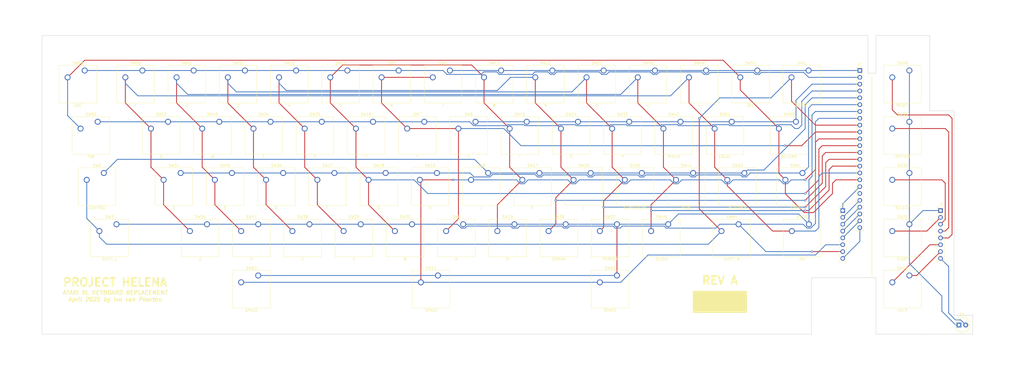
<source format=kicad_pcb>
(kicad_pcb (version 20171130) (host pcbnew 5.0.2+dfsg1-1)
  (layers (0 F.Cu signal) (31 B.Cu signal) (34 B.Paste user) (35 F.Paste user) (36 B.SilkS user) (37 F.SilkS user) (38 B.Mask user) (39 F.Mask user) (44 Edge.Cuts user))
  (net 0 "")
  (net 1 GND)
  (net 2 LED)
  (net 3 P1)
  (net 4 P2)
  (net 5 P3)
  (net 6 P4)
  (net 7 P5)
  (net 8 P6)
  (net 9 P7)
  (net 10 P8)
  (net 11 BCS)
  (net 12 P10)
  (net 13 P11)
  (net 14 P12)
  (net 15 P13)
  (net 16 P14)
  (net 17 P15)
  (net 18 P16)
  (net 19 P17)
  (net 20 START)
  (net 21 SELECT)
  (net 22 OPTION)
  (net 23 RESET)
  (net 24 WIRE_GND)
  (net 25 WIRE_LED)
  (net 26 WIRE_START)
  (net 27 WIRE_SELECT)
  (net 28 WIRE_OPTION)
  (net 29 WIRE_RESET)
  (net 30 WIRE_P11)
  (net 31 WIRE_P8)
  (module Button_Switch_Keyboard:SW_Cherry_MX1A_1.00u_Plate (layer F.Cu) (at 243.713 156.21)
    (fp_text reference SW63 (at -2.54 -2.794) (layer F.SilkS))
    (fp_text value SPACE (at -2.54 12.954) (layer F.SilkS))
    (pad "" np_thru_hole circle (at -2.54 5.08) (size 4 4) (drill 4) (layers *.Cu *.Mask))
    (pad 2 thru_hole circle (at -6.35 2.54) (size 2.2 2.2) (drill 1.5) (layers *.Cu *.Mask) (net 13 P11))
    (pad 1 thru_hole circle (at 0 0) (size 2.2 2.2) (drill 1.5) (layers *.Cu *.Mask) (net 9 P7))
  )
  (module Button_Switch_Keyboard:SW_Cherry_MX1A_1.00u_Plate (layer F.Cu) (at 315.087 137.16)
    (fp_text reference SW55 (at -2.54 -2.794) (layer F.SilkS))
    (fp_text value INV (at -2.54 12.954) (layer F.SilkS))
    (pad 1 thru_hole circle (at 0 0) (size 2.2 2.2) (drill 1.5) (layers *.Cu *.Mask) (net 9 P7))
    (pad 2 thru_hole circle (at -6.35 2.54) (size 2.2 2.2) (drill 1.5) (layers *.Cu *.Mask) (net 18 P16))
    (pad "" np_thru_hole circle (at -2.54 5.08) (size 4 4) (drill 4) (layers *.Cu *.Mask))
  )
  (module Button_Switch_Keyboard:SW_Cherry_MX1A_1.00u_Plate (layer F.Cu) (at 314.96 80.01)
    (fp_text reference SW1 (at -2.54 -2.794) (layer F.SilkS))
    (fp_text value BREAK (at -2.54 12.954) (layer F.SilkS))
    (pad 1 thru_hole circle (at 0 0) (size 2.2 2.2) (drill 1.5) (layers *.Cu *.Mask) (net 3 P1))
    (pad 2 thru_hole circle (at -6.35 2.54) (size 2.2 2.2) (drill 1.5) (layers *.Cu *.Mask) (net 11 BCS))
    (pad "" np_thru_hole circle (at -2.54 5.08) (size 4 4) (drill 4) (layers *.Cu *.Mask))
  )
  (module LED_THT:LED_D5.0mm (layer F.Cu) (at 370.84 174.625)
    (fp_text reference D1 (at 1.27 -3.96) (layer F.SilkS))
    (fp_text value LED)
    (pad 1 thru_hole rect (at 0 0) (size 1.8 1.8) (drill 0.9) (layers *.Cu *.Mask) (net 24 WIRE_GND))
    (pad 2 thru_hole circle (at 2.54 0) (size 1.8 1.8) (drill 0.9) (layers *.Cu *.Mask) (net 25 WIRE_LED))
  )
  (module Button_Switch_Keyboard:SW_Cherry_MX1A_2.00u_Plate (layer F.Cu) (at 52.959 118.11)
    (fp_text reference SW2 (at -2.54 -2.794) (layer F.SilkS))
    (fp_text value CONTROL (at -2.54 12.954) (layer F.SilkS))
    (pad 1 thru_hole circle (at 0 0) (size 2.2 2.2) (drill 1.5) (layers *.Cu *.Mask) (net 7 P5))
    (pad 2 thru_hole circle (at -6.35 2.54) (size 2.2 2.2) (drill 1.5) (layers *.Cu *.Mask) (net 11 BCS))
    (pad "" np_thru_hole circle (at -2.54 5.08) (size 4 4) (drill 4) (layers *.Cu *.Mask))
  )
  (module Button_Switch_Keyboard:SW_Cherry_MX1A_1.00u_Plate (layer F.Cu) (at 181.61 80.01)
    (fp_text reference SW4 (at -2.54 -2.794) (layer F.SilkS))
    (fp_text value 7 (at -2.54 12.954) (layer F.SilkS))
    (pad 1 thru_hole circle (at 0 0) (size 2.2 2.2) (drill 1.5) (layers *.Cu *.Mask) (net 3 P1))
    (pad 2 thru_hole circle (at -6.35 2.54) (size 2.2 2.2) (drill 1.5) (layers *.Cu *.Mask) (net 12 P10))
    (pad "" np_thru_hole circle (at -2.54 5.08) (size 4 4) (drill 4) (layers *.Cu *.Mask))
  )
  (module Button_Switch_Keyboard:SW_Cherry_MX1A_1.00u_Plate (layer F.Cu) (at 162.56 80.01)
    (fp_text reference SW5 (at -2.54 -2.794) (layer F.SilkS))
    (fp_text value 6 (at -2.54 12.954) (layer F.SilkS))
    (pad "" np_thru_hole circle (at -2.54 5.08) (size 4 4) (drill 4) (layers *.Cu *.Mask))
    (pad 2 thru_hole circle (at -6.35 2.54) (size 2.2 2.2) (drill 1.5) (layers *.Cu *.Mask) (net 12 P10))
    (pad 1 thru_hole circle (at 0 0) (size 2.2 2.2) (drill 1.5) (layers *.Cu *.Mask) (net 4 P2))
  )
  (module Button_Switch_Keyboard:SW_Cherry_MX1A_1.00u_Plate (layer F.Cu) (at 191.135 99.06)
    (fp_text reference SW6 (at -2.54 -2.794) (layer F.SilkS))
    (fp_text value U (at -2.54 12.954) (layer F.SilkS))
    (pad 1 thru_hole circle (at 0 0) (size 2.2 2.2) (drill 1.5) (layers *.Cu *.Mask) (net 5 P3))
    (pad 2 thru_hole circle (at -6.35 2.54) (size 2.2 2.2) (drill 1.5) (layers *.Cu *.Mask) (net 12 P10))
    (pad "" np_thru_hole circle (at -2.54 5.08) (size 4 4) (drill 4) (layers *.Cu *.Mask))
  )
  (module Button_Switch_Keyboard:SW_Cherry_MX1A_1.00u_Plate (layer F.Cu) (at 172.085 99.06)
    (fp_text reference SW7 (at -2.54 -2.794) (layer F.SilkS))
    (fp_text value Y (at -2.54 12.954) (layer F.SilkS))
    (pad "" np_thru_hole circle (at -2.54 5.08) (size 4 4) (drill 4) (layers *.Cu *.Mask))
    (pad 2 thru_hole circle (at -6.35 2.54) (size 2.2 2.2) (drill 1.5) (layers *.Cu *.Mask) (net 12 P10))
    (pad 1 thru_hole circle (at 0 0) (size 2.2 2.2) (drill 1.5) (layers *.Cu *.Mask) (net 6 P4))
  )
  (module Button_Switch_Keyboard:SW_Cherry_MX1A_1.00u_Plate (layer F.Cu) (at 186.563 137.16)
    (fp_text reference SW8 (at -2.54 -2.794) (layer F.SilkS))
    (fp_text value N (at -2.54 12.954) (layer F.SilkS))
    (pad 1 thru_hole circle (at 0 0) (size 2.2 2.2) (drill 1.5) (layers *.Cu *.Mask) (net 9 P7))
    (pad 2 thru_hole circle (at -6.35 2.54) (size 2.2 2.2) (drill 1.5) (layers *.Cu *.Mask) (net 12 P10))
    (pad "" np_thru_hole circle (at -2.54 5.08) (size 4 4) (drill 4) (layers *.Cu *.Mask))
  )
  (module Button_Switch_Keyboard:SW_Cherry_MX1A_1.00u_Plate (layer F.Cu) (at 195.834 118.11)
    (fp_text reference SW9 (at -2.54 -2.794) (layer F.SilkS))
    (fp_text value J (at -2.54 12.954) (layer F.SilkS))
    (pad "" np_thru_hole circle (at -2.54 5.08) (size 4 4) (drill 4) (layers *.Cu *.Mask))
    (pad 2 thru_hole circle (at -6.35 2.54) (size 2.2 2.2) (drill 1.5) (layers *.Cu *.Mask) (net 13 P11))
    (pad 1 thru_hole circle (at 0 0) (size 2.2 2.2) (drill 1.5) (layers *.Cu *.Mask) (net 7 P5))
  )
  (module Button_Switch_Keyboard:SW_Cherry_MX1A_1.00u_Plate (layer F.Cu) (at 176.784 118.11)
    (fp_text reference SW10 (at -2.54 -2.794) (layer F.SilkS))
    (fp_text value H (at -2.54 12.954) (layer F.SilkS))
    (pad 1 thru_hole circle (at 0 0) (size 2.2 2.2) (drill 1.5) (layers *.Cu *.Mask) (net 8 P6))
    (pad 2 thru_hole circle (at -6.35 2.54) (size 2.2 2.2) (drill 1.5) (layers *.Cu *.Mask) (net 13 P11))
    (pad "" np_thru_hole circle (at -2.54 5.08) (size 4 4) (drill 4) (layers *.Cu *.Mask))
  )
  (module Button_Switch_Keyboard:SW_Cherry_MX1A_1.00u_Plate (layer F.Cu) (at 177.165 156.21)
    (fp_text reference SW11 (at -2.54 -2.794) (layer F.SilkS))
    (fp_text value SPACE (at -2.54 12.954) (layer F.SilkS))
    (pad "" np_thru_hole circle (at -2.54 5.08) (size 4 4) (drill 4) (layers *.Cu *.Mask))
    (pad 2 thru_hole circle (at -6.35 2.54) (size 2.2 2.2) (drill 1.5) (layers *.Cu *.Mask) (net 13 P11))
    (pad 1 thru_hole circle (at 0 0) (size 2.2 2.2) (drill 1.5) (layers *.Cu *.Mask) (net 9 P7))
  )
  (module Button_Switch_Keyboard:SW_Cherry_MX1A_1.00u_Plate (layer F.Cu) (at 352.425 156.21)
    (fp_text reference SW12 (at -2.54 -2.794) (layer F.SilkS))
    (fp_text value HELP (at -2.54 12.954) (layer F.SilkS))
    (pad 1 thru_hole circle (at 0 0) (size 2.2 2.2) (drill 1.5) (layers *.Cu *.Mask) (net 31 WIRE_P8))
    (pad 2 thru_hole circle (at -6.35 2.54) (size 2.2 2.2) (drill 1.5) (layers *.Cu *.Mask) (net 30 WIRE_P11))
    (pad "" np_thru_hole circle (at -2.54 5.08) (size 4 4) (drill 4) (layers *.Cu *.Mask))
  )
  (module Button_Switch_Keyboard:SW_Cherry_MX1A_1.00u_Plate (layer F.Cu) (at 200.66 80.01)
    (fp_text reference SW13 (at -2.54 -2.794) (layer F.SilkS))
    (fp_text value 8 (at -2.54 12.954) (layer F.SilkS))
    (pad "" np_thru_hole circle (at -2.54 5.08) (size 4 4) (drill 4) (layers *.Cu *.Mask))
    (pad 2 thru_hole circle (at -6.35 2.54) (size 2.2 2.2) (drill 1.5) (layers *.Cu *.Mask) (net 14 P12))
    (pad 1 thru_hole circle (at 0 0) (size 2.2 2.2) (drill 1.5) (layers *.Cu *.Mask) (net 3 P1))
  )
  (module Button_Switch_Keyboard:SW_Cherry_MX1A_1.00u_Plate (layer F.Cu) (at 143.51 80.01)
    (fp_text reference SW14 (at -2.54 -2.794) (layer F.SilkS))
    (fp_text value 5 (at -2.54 12.954) (layer F.SilkS))
    (pad 1 thru_hole circle (at 0 0) (size 2.2 2.2) (drill 1.5) (layers *.Cu *.Mask) (net 4 P2))
    (pad 2 thru_hole circle (at -6.35 2.54) (size 2.2 2.2) (drill 1.5) (layers *.Cu *.Mask) (net 14 P12))
    (pad "" np_thru_hole circle (at -2.54 5.08) (size 4 4) (drill 4) (layers *.Cu *.Mask))
  )
  (module Button_Switch_Keyboard:SW_Cherry_MX1A_1.00u_Plate (layer F.Cu) (at 210.185 99.06)
    (fp_text reference SW15 (at -2.54 -2.794) (layer F.SilkS))
    (fp_text value I (at -2.54 12.954) (layer F.SilkS))
    (pad "" np_thru_hole circle (at -2.54 5.08) (size 4 4) (drill 4) (layers *.Cu *.Mask))
    (pad 2 thru_hole circle (at -6.35 2.54) (size 2.2 2.2) (drill 1.5) (layers *.Cu *.Mask) (net 14 P12))
    (pad 1 thru_hole circle (at 0 0) (size 2.2 2.2) (drill 1.5) (layers *.Cu *.Mask) (net 5 P3))
  )
  (module Button_Switch_Keyboard:SW_Cherry_MX1A_1.00u_Plate (layer F.Cu) (at 153.035 99.06)
    (fp_text reference SW16 (at -2.54 -2.794) (layer F.SilkS))
    (fp_text value T (at -2.54 12.954) (layer F.SilkS))
    (pad 1 thru_hole circle (at 0 0) (size 2.2 2.2) (drill 1.5) (layers *.Cu *.Mask) (net 6 P4))
    (pad 2 thru_hole circle (at -6.35 2.54) (size 2.2 2.2) (drill 1.5) (layers *.Cu *.Mask) (net 14 P12))
    (pad "" np_thru_hole circle (at -2.54 5.08) (size 4 4) (drill 4) (layers *.Cu *.Mask))
  )
  (module Button_Switch_Keyboard:SW_Cherry_MX1A_1.00u_Plate (layer F.Cu) (at 214.884 118.11)
    (fp_text reference SW17 (at -2.54 -2.794) (layer F.SilkS))
    (fp_text value K (at -2.54 12.954) (layer F.SilkS))
    (pad "" np_thru_hole circle (at -2.54 5.08) (size 4 4) (drill 4) (layers *.Cu *.Mask))
    (pad 2 thru_hole circle (at -6.35 2.54) (size 2.2 2.2) (drill 1.5) (layers *.Cu *.Mask) (net 14 P12))
    (pad 1 thru_hole circle (at 0 0) (size 2.2 2.2) (drill 1.5) (layers *.Cu *.Mask) (net 7 P5))
  )
  (module Button_Switch_Keyboard:SW_Cherry_MX1A_1.00u_Plate (layer F.Cu) (at 157.734 118.11)
    (fp_text reference SW18 (at -2.54 -2.794) (layer F.SilkS))
    (fp_text value G (at -2.54 12.954) (layer F.SilkS))
    (pad 1 thru_hole circle (at 0 0) (size 2.2 2.2) (drill 1.5) (layers *.Cu *.Mask) (net 8 P6))
    (pad 2 thru_hole circle (at -6.35 2.54) (size 2.2 2.2) (drill 1.5) (layers *.Cu *.Mask) (net 14 P12))
    (pad "" np_thru_hole circle (at -2.54 5.08) (size 4 4) (drill 4) (layers *.Cu *.Mask))
  )
  (module Button_Switch_Keyboard:SW_Cherry_MX1A_1.00u_Plate (layer F.Cu) (at 205.613 137.16)
    (fp_text reference SW19 (at -2.54 -2.794) (layer F.SilkS))
    (fp_text value M (at -2.54 12.954) (layer F.SilkS))
    (pad "" np_thru_hole circle (at -2.54 5.08) (size 4 4) (drill 4) (layers *.Cu *.Mask))
    (pad 2 thru_hole circle (at -6.35 2.54) (size 2.2 2.2) (drill 1.5) (layers *.Cu *.Mask) (net 14 P12))
    (pad 1 thru_hole circle (at 0 0) (size 2.2 2.2) (drill 1.5) (layers *.Cu *.Mask) (net 9 P7))
  )
  (module Button_Switch_Keyboard:SW_Cherry_MX1A_1.00u_Plate (layer F.Cu) (at 167.513 137.16)
    (fp_text reference SW20 (at -2.54 -2.794) (layer F.SilkS))
    (fp_text value B (at -2.54 12.954) (layer F.SilkS))
    (pad 1 thru_hole circle (at 0 0) (size 2.2 2.2) (drill 1.5) (layers *.Cu *.Mask) (net 10 P8))
    (pad 2 thru_hole circle (at -6.35 2.54) (size 2.2 2.2) (drill 1.5) (layers *.Cu *.Mask) (net 14 P12))
    (pad "" np_thru_hole circle (at -2.54 5.08) (size 4 4) (drill 4) (layers *.Cu *.Mask))
  )
  (module Button_Switch_Keyboard:SW_Cherry_MX1A_1.00u_Plate (layer F.Cu) (at 352.425 137.16)
    (fp_text reference SW21 (at -2.54 -2.794) (layer F.SilkS))
    (fp_text value START (at -2.54 12.954) (layer F.SilkS))
    (pad "" np_thru_hole circle (at -2.54 5.08) (size 4 4) (drill 4) (layers *.Cu *.Mask))
    (pad 2 thru_hole circle (at -6.35 2.54) (size 2.2 2.2) (drill 1.5) (layers *.Cu *.Mask) (net 26 WIRE_START))
    (pad 1 thru_hole circle (at 0 0) (size 2.2 2.2) (drill 1.5) (layers *.Cu *.Mask) (net 24 WIRE_GND))
  )
  (module Button_Switch_Keyboard:SW_Cherry_MX1A_1.00u_Plate (layer F.Cu) (at 219.71 80.01)
    (fp_text reference SW22 (at -2.54 -2.794) (layer F.SilkS))
    (fp_text value 9 (at -2.54 12.954) (layer F.SilkS))
    (pad "" np_thru_hole circle (at -2.54 5.08) (size 4 4) (drill 4) (layers *.Cu *.Mask))
    (pad 2 thru_hole circle (at -6.35 2.54) (size 2.2 2.2) (drill 1.5) (layers *.Cu *.Mask) (net 15 P13))
    (pad 1 thru_hole circle (at 0 0) (size 2.2 2.2) (drill 1.5) (layers *.Cu *.Mask) (net 3 P1))
  )
  (module Button_Switch_Keyboard:SW_Cherry_MX1A_1.00u_Plate (layer F.Cu) (at 124.46 80.01)
    (fp_text reference SW23 (at -2.54 -2.794) (layer F.SilkS))
    (fp_text value 4 (at -2.54 12.954) (layer F.SilkS))
    (pad 1 thru_hole circle (at 0 0) (size 2.2 2.2) (drill 1.5) (layers *.Cu *.Mask) (net 4 P2))
    (pad 2 thru_hole circle (at -6.35 2.54) (size 2.2 2.2) (drill 1.5) (layers *.Cu *.Mask) (net 15 P13))
    (pad "" np_thru_hole circle (at -2.54 5.08) (size 4 4) (drill 4) (layers *.Cu *.Mask))
  )
  (module Button_Switch_Keyboard:SW_Cherry_MX1A_1.00u_Plate (layer F.Cu) (at 229.235 99.06)
    (fp_text reference SW24 (at -2.54 -2.794) (layer F.SilkS))
    (fp_text value O (at -2.54 12.954) (layer F.SilkS))
    (pad "" np_thru_hole circle (at -2.54 5.08) (size 4 4) (drill 4) (layers *.Cu *.Mask))
    (pad 2 thru_hole circle (at -6.35 2.54) (size 2.2 2.2) (drill 1.5) (layers *.Cu *.Mask) (net 15 P13))
    (pad 1 thru_hole circle (at 0 0) (size 2.2 2.2) (drill 1.5) (layers *.Cu *.Mask) (net 5 P3))
  )
  (module Button_Switch_Keyboard:SW_Cherry_MX1A_1.00u_Plate (layer F.Cu) (at 133.985 99.06)
    (fp_text reference SW25 (at -2.54 -2.794) (layer F.SilkS))
    (fp_text value R (at -2.54 12.954) (layer F.SilkS))
    (pad 1 thru_hole circle (at 0 0) (size 2.2 2.2) (drill 1.5) (layers *.Cu *.Mask) (net 6 P4))
    (pad 2 thru_hole circle (at -6.35 2.54) (size 2.2 2.2) (drill 1.5) (layers *.Cu *.Mask) (net 15 P13))
    (pad "" np_thru_hole circle (at -2.54 5.08) (size 4 4) (drill 4) (layers *.Cu *.Mask))
  )
  (module Button_Switch_Keyboard:SW_Cherry_MX1A_1.00u_Plate (layer F.Cu) (at 233.934 118.11)
    (fp_text reference SW26 (at -2.54 -2.794) (layer F.SilkS))
    (fp_text value L (at -2.54 12.954) (layer F.SilkS))
    (pad "" np_thru_hole circle (at -2.54 5.08) (size 4 4) (drill 4) (layers *.Cu *.Mask))
    (pad 2 thru_hole circle (at -6.35 2.54) (size 2.2 2.2) (drill 1.5) (layers *.Cu *.Mask) (net 15 P13))
    (pad 1 thru_hole circle (at 0 0) (size 2.2 2.2) (drill 1.5) (layers *.Cu *.Mask) (net 7 P5))
  )
  (module Button_Switch_Keyboard:SW_Cherry_MX1A_1.00u_Plate (layer F.Cu) (at 138.684 118.11)
    (fp_text reference SW27 (at -2.54 -2.794) (layer F.SilkS))
    (fp_text value F (at -2.54 12.954) (layer F.SilkS))
    (pad 1 thru_hole circle (at 0 0) (size 2.2 2.2) (drill 1.5) (layers *.Cu *.Mask) (net 8 P6))
    (pad 2 thru_hole circle (at -6.35 2.54) (size 2.2 2.2) (drill 1.5) (layers *.Cu *.Mask) (net 15 P13))
    (pad "" np_thru_hole circle (at -2.54 5.08) (size 4 4) (drill 4) (layers *.Cu *.Mask))
  )
  (module Button_Switch_Keyboard:SW_Cherry_MX1A_1.00u_Plate (layer F.Cu) (at 224.663 137.16)
    (fp_text reference SW28 (at -2.54 -2.794) (layer F.SilkS))
    (fp_text value COMMA (at -2.54 12.954) (layer F.SilkS))
    (pad "" np_thru_hole circle (at -2.54 5.08) (size 4 4) (drill 4) (layers *.Cu *.Mask))
    (pad 2 thru_hole circle (at -6.35 2.54) (size 2.2 2.2) (drill 1.5) (layers *.Cu *.Mask) (net 15 P13))
    (pad 1 thru_hole circle (at 0 0) (size 2.2 2.2) (drill 1.5) (layers *.Cu *.Mask) (net 9 P7))
  )
  (module Button_Switch_Keyboard:SW_Cherry_MX1A_1.00u_Plate (layer F.Cu) (at 148.463 137.16)
    (fp_text reference SW29 (at -2.54 -2.794) (layer F.SilkS))
    (fp_text value V (at -2.54 12.954) (layer F.SilkS))
    (pad 1 thru_hole circle (at 0 0) (size 2.2 2.2) (drill 1.5) (layers *.Cu *.Mask) (net 10 P8))
    (pad 2 thru_hole circle (at -6.35 2.54) (size 2.2 2.2) (drill 1.5) (layers *.Cu *.Mask) (net 15 P13))
    (pad "" np_thru_hole circle (at -2.54 5.08) (size 4 4) (drill 4) (layers *.Cu *.Mask))
  )
  (module Button_Switch_Keyboard:SW_Cherry_MX1A_1.00u_Plate (layer F.Cu) (at 352.425 118.11)
    (fp_text reference SW30 (at -2.54 -2.794) (layer F.SilkS))
    (fp_text value SELECT (at -2.54 12.954) (layer F.SilkS))
    (pad 1 thru_hole circle (at 0 0) (size 2.2 2.2) (drill 1.5) (layers *.Cu *.Mask) (net 24 WIRE_GND))
    (pad 2 thru_hole circle (at -6.35 2.54) (size 2.2 2.2) (drill 1.5) (layers *.Cu *.Mask) (net 27 WIRE_SELECT))
    (pad "" np_thru_hole circle (at -2.54 5.08) (size 4 4) (drill 4) (layers *.Cu *.Mask))
  )
  (module Button_Switch_Keyboard:SW_Cherry_MX1A_1.00u_Plate (layer F.Cu) (at 238.76 80.01)
    (fp_text reference SW31 (at -2.54 -2.794) (layer F.SilkS))
    (fp_text value 0 (at -2.54 12.954) (layer F.SilkS))
    (pad "" np_thru_hole circle (at -2.54 5.08) (size 4 4) (drill 4) (layers *.Cu *.Mask))
    (pad 2 thru_hole circle (at -6.35 2.54) (size 2.2 2.2) (drill 1.5) (layers *.Cu *.Mask) (net 16 P14))
    (pad 1 thru_hole circle (at 0 0) (size 2.2 2.2) (drill 1.5) (layers *.Cu *.Mask) (net 3 P1))
  )
  (module Button_Switch_Keyboard:SW_Cherry_MX1A_1.00u_Plate (layer F.Cu) (at 105.41 80.01)
    (fp_text reference SW32 (at -2.54 -2.794) (layer F.SilkS))
    (fp_text value 3 (at -2.54 12.954) (layer F.SilkS))
    (pad 1 thru_hole circle (at 0 0) (size 2.2 2.2) (drill 1.5) (layers *.Cu *.Mask) (net 4 P2))
    (pad 2 thru_hole circle (at -6.35 2.54) (size 2.2 2.2) (drill 1.5) (layers *.Cu *.Mask) (net 16 P14))
    (pad "" np_thru_hole circle (at -2.54 5.08) (size 4 4) (drill 4) (layers *.Cu *.Mask))
  )
  (module Button_Switch_Keyboard:SW_Cherry_MX1A_1.00u_Plate (layer F.Cu) (at 248.285 99.06)
    (fp_text reference SW33 (at -2.54 -2.794) (layer F.SilkS))
    (fp_text value P (at -2.54 12.954) (layer F.SilkS))
    (pad "" np_thru_hole circle (at -2.54 5.08) (size 4 4) (drill 4) (layers *.Cu *.Mask))
    (pad 2 thru_hole circle (at -6.35 2.54) (size 2.2 2.2) (drill 1.5) (layers *.Cu *.Mask) (net 16 P14))
    (pad 1 thru_hole circle (at 0 0) (size 2.2 2.2) (drill 1.5) (layers *.Cu *.Mask) (net 5 P3))
  )
  (module Button_Switch_Keyboard:SW_Cherry_MX1A_1.00u_Plate (layer F.Cu) (at 114.935 99.06)
    (fp_text reference SW34 (at -2.54 -2.794) (layer F.SilkS))
    (fp_text value E (at -2.54 12.954) (layer F.SilkS))
    (pad 1 thru_hole circle (at 0 0) (size 2.2 2.2) (drill 1.5) (layers *.Cu *.Mask) (net 6 P4))
    (pad 2 thru_hole circle (at -6.35 2.54) (size 2.2 2.2) (drill 1.5) (layers *.Cu *.Mask) (net 16 P14))
    (pad "" np_thru_hole circle (at -2.54 5.08) (size 4 4) (drill 4) (layers *.Cu *.Mask))
  )
  (module Button_Switch_Keyboard:SW_Cherry_MX1A_1.00u_Plate (layer F.Cu) (at 252.984 118.11)
    (fp_text reference SW35 (at -2.54 -2.794) (layer F.SilkS))
    (fp_text value SEMICOLON (at -2.54 12.954) (layer F.SilkS))
    (pad "" np_thru_hole circle (at -2.54 5.08) (size 4 4) (drill 4) (layers *.Cu *.Mask))
    (pad 2 thru_hole circle (at -6.35 2.54) (size 2.2 2.2) (drill 1.5) (layers *.Cu *.Mask) (net 16 P14))
    (pad 1 thru_hole circle (at 0 0) (size 2.2 2.2) (drill 1.5) (layers *.Cu *.Mask) (net 7 P5))
  )
  (module Button_Switch_Keyboard:SW_Cherry_MX1A_1.00u_Plate (layer F.Cu) (at 119.634 118.11)
    (fp_text reference SW36 (at -2.54 -2.794) (layer F.SilkS))
    (fp_text value D (at -2.54 12.954) (layer F.SilkS))
    (pad 1 thru_hole circle (at 0 0) (size 2.2 2.2) (drill 1.5) (layers *.Cu *.Mask) (net 8 P6))
    (pad 2 thru_hole circle (at -6.35 2.54) (size 2.2 2.2) (drill 1.5) (layers *.Cu *.Mask) (net 16 P14))
    (pad "" np_thru_hole circle (at -2.54 5.08) (size 4 4) (drill 4) (layers *.Cu *.Mask))
  )
  (module Button_Switch_Keyboard:SW_Cherry_MX1A_1.00u_Plate (layer F.Cu) (at 243.713 137.16)
    (fp_text reference SW37 (at -2.54 -2.794) (layer F.SilkS))
    (fp_text value PERIOD (at -2.54 12.954) (layer F.SilkS))
    (pad "" np_thru_hole circle (at -2.54 5.08) (size 4 4) (drill 4) (layers *.Cu *.Mask))
    (pad 2 thru_hole circle (at -6.35 2.54) (size 2.2 2.2) (drill 1.5) (layers *.Cu *.Mask) (net 16 P14))
    (pad 1 thru_hole circle (at 0 0) (size 2.2 2.2) (drill 1.5) (layers *.Cu *.Mask) (net 9 P7))
  )
  (module Button_Switch_Keyboard:SW_Cherry_MX1A_1.00u_Plate (layer F.Cu) (at 129.413 137.16)
    (fp_text reference SW38 (at -2.54 -2.794) (layer F.SilkS))
    (fp_text value C (at -2.54 12.954) (layer F.SilkS))
    (pad "" np_thru_hole circle (at -2.54 5.08) (size 4 4) (drill 4) (layers *.Cu *.Mask))
    (pad 2 thru_hole circle (at -6.35 2.54) (size 2.2 2.2) (drill 1.5) (layers *.Cu *.Mask) (net 16 P14))
    (pad 1 thru_hole circle (at 0 0) (size 2.2 2.2) (drill 1.5) (layers *.Cu *.Mask) (net 10 P8))
  )
  (module Button_Switch_Keyboard:SW_Cherry_MX1A_1.00u_Plate (layer F.Cu) (at 352.425 99.06)
    (fp_text reference SW39 (at -2.54 -2.794) (layer F.SilkS))
    (fp_text value OPTION (at -2.54 12.954) (layer F.SilkS))
    (pad 1 thru_hole circle (at 0 0) (size 2.2 2.2) (drill 1.5) (layers *.Cu *.Mask) (net 24 WIRE_GND))
    (pad 2 thru_hole circle (at -6.35 2.54) (size 2.2 2.2) (drill 1.5) (layers *.Cu *.Mask) (net 28 WIRE_OPTION))
    (pad "" np_thru_hole circle (at -2.54 5.08) (size 4 4) (drill 4) (layers *.Cu *.Mask))
  )
  (module Button_Switch_Keyboard:SW_Cherry_MX1A_1.00u_Plate (layer F.Cu) (at 257.81 80.01)
    (fp_text reference SW40 (at -2.54 -2.794) (layer F.SilkS))
    (fp_text value < (at -2.54 12.954) (layer F.SilkS))
    (pad 1 thru_hole circle (at 0 0) (size 2.2 2.2) (drill 1.5) (layers *.Cu *.Mask) (net 3 P1))
    (pad 2 thru_hole circle (at -6.35 2.54) (size 2.2 2.2) (drill 1.5) (layers *.Cu *.Mask) (net 17 P15))
    (pad "" np_thru_hole circle (at -2.54 5.08) (size 4 4) (drill 4) (layers *.Cu *.Mask))
  )
  (module Button_Switch_Keyboard:SW_Cherry_MX1A_1.00u_Plate (layer F.Cu) (at 86.36 80.01)
    (fp_text reference SW41 (at -2.54 -2.794) (layer F.SilkS))
    (fp_text value 2 (at -2.54 12.954) (layer F.SilkS))
    (pad "" np_thru_hole circle (at -2.54 5.08) (size 4 4) (drill 4) (layers *.Cu *.Mask))
    (pad 2 thru_hole circle (at -6.35 2.54) (size 2.2 2.2) (drill 1.5) (layers *.Cu *.Mask) (net 17 P15))
    (pad 1 thru_hole circle (at 0 0) (size 2.2 2.2) (drill 1.5) (layers *.Cu *.Mask) (net 4 P2))
  )
  (module Button_Switch_Keyboard:SW_Cherry_MX1A_1.00u_Plate (layer F.Cu) (at 267.335 99.06)
    (fp_text reference SW42 (at -2.54 -2.794) (layer F.SilkS))
    (fp_text value MINUS (at -2.54 12.954) (layer F.SilkS))
    (pad 1 thru_hole circle (at 0 0) (size 2.2 2.2) (drill 1.5) (layers *.Cu *.Mask) (net 5 P3))
    (pad 2 thru_hole circle (at -6.35 2.54) (size 2.2 2.2) (drill 1.5) (layers *.Cu *.Mask) (net 17 P15))
    (pad "" np_thru_hole circle (at -2.54 5.08) (size 4 4) (drill 4) (layers *.Cu *.Mask))
  )
  (module Button_Switch_Keyboard:SW_Cherry_MX1A_1.00u_Plate (layer F.Cu) (at 95.885 99.06)
    (fp_text reference SW43 (at -2.54 -2.794) (layer F.SilkS))
    (fp_text value W (at -2.54 12.954) (layer F.SilkS))
    (pad "" np_thru_hole circle (at -2.54 5.08) (size 4 4) (drill 4) (layers *.Cu *.Mask))
    (pad 2 thru_hole circle (at -6.35 2.54) (size 2.2 2.2) (drill 1.5) (layers *.Cu *.Mask) (net 17 P15))
    (pad 1 thru_hole circle (at 0 0) (size 2.2 2.2) (drill 1.5) (layers *.Cu *.Mask) (net 6 P4))
  )
  (module Button_Switch_Keyboard:SW_Cherry_MX1A_1.00u_Plate (layer F.Cu) (at 272.034 118.11)
    (fp_text reference SW44 (at -2.54 -2.794) (layer F.SilkS))
    (fp_text value PLUS (at -2.54 12.954) (layer F.SilkS))
    (pad 1 thru_hole circle (at 0 0) (size 2.2 2.2) (drill 1.5) (layers *.Cu *.Mask) (net 7 P5))
    (pad 2 thru_hole circle (at -6.35 2.54) (size 2.2 2.2) (drill 1.5) (layers *.Cu *.Mask) (net 17 P15))
    (pad "" np_thru_hole circle (at -2.54 5.08) (size 4 4) (drill 4) (layers *.Cu *.Mask))
  )
  (module Button_Switch_Keyboard:SW_Cherry_MX1A_1.00u_Plate (layer F.Cu) (at 100.584 118.11)
    (fp_text reference SW45 (at -2.54 -2.794) (layer F.SilkS))
    (fp_text value S (at -2.54 12.954) (layer F.SilkS))
    (pad "" np_thru_hole circle (at -2.54 5.08) (size 4 4) (drill 4) (layers *.Cu *.Mask))
    (pad 2 thru_hole circle (at -6.35 2.54) (size 2.2 2.2) (drill 1.5) (layers *.Cu *.Mask) (net 17 P15))
    (pad 1 thru_hole circle (at 0 0) (size 2.2 2.2) (drill 1.5) (layers *.Cu *.Mask) (net 8 P6))
  )
  (module Button_Switch_Keyboard:SW_Cherry_MX1A_1.00u_Plate (layer F.Cu) (at 262.763 137.16)
    (fp_text reference SW46 (at -2.54 -2.794) (layer F.SilkS))
    (fp_text value SLASH (at -2.54 12.954) (layer F.SilkS))
    (pad 1 thru_hole circle (at 0 0) (size 2.2 2.2) (drill 1.5) (layers *.Cu *.Mask) (net 9 P7))
    (pad 2 thru_hole circle (at -6.35 2.54) (size 2.2 2.2) (drill 1.5) (layers *.Cu *.Mask) (net 17 P15))
    (pad "" np_thru_hole circle (at -2.54 5.08) (size 4 4) (drill 4) (layers *.Cu *.Mask))
  )
  (module Button_Switch_Keyboard:SW_Cherry_MX1A_1.00u_Plate (layer F.Cu) (at 110.363 137.16)
    (fp_text reference SW47 (at -2.54 -2.794) (layer F.SilkS))
    (fp_text value X (at -2.54 12.954) (layer F.SilkS))
    (pad "" np_thru_hole circle (at -2.54 5.08) (size 4 4) (drill 4) (layers *.Cu *.Mask))
    (pad 2 thru_hole circle (at -6.35 2.54) (size 2.2 2.2) (drill 1.5) (layers *.Cu *.Mask) (net 17 P15))
    (pad 1 thru_hole circle (at 0 0) (size 2.2 2.2) (drill 1.5) (layers *.Cu *.Mask) (net 10 P8))
  )
  (module Button_Switch_Keyboard:SW_Cherry_MX1A_1.00u_Plate (layer F.Cu) (at 352.425 80.01)
    (fp_text reference SW48 (at -2.54 -2.794) (layer F.SilkS))
    (fp_text value RESET (at -2.54 12.954) (layer F.SilkS))
    (pad 1 thru_hole circle (at 0 0) (size 2.2 2.2) (drill 1.5) (layers *.Cu *.Mask) (net 24 WIRE_GND))
    (pad 2 thru_hole circle (at -6.35 2.54) (size 2.2 2.2) (drill 1.5) (layers *.Cu *.Mask) (net 29 WIRE_RESET))
    (pad "" np_thru_hole circle (at -2.54 5.08) (size 4 4) (drill 4) (layers *.Cu *.Mask))
  )
  (module Button_Switch_Keyboard:SW_Cherry_MX1A_1.00u_Plate (layer F.Cu) (at 276.86 80.01)
    (fp_text reference SW49 (at -2.54 -2.794) (layer F.SilkS))
    (fp_text value > (at -2.54 12.954) (layer F.SilkS))
    (pad 1 thru_hole circle (at 0 0) (size 2.2 2.2) (drill 1.5) (layers *.Cu *.Mask) (net 3 P1))
    (pad 2 thru_hole circle (at -6.35 2.54) (size 2.2 2.2) (drill 1.5) (layers *.Cu *.Mask) (net 18 P16))
    (pad "" np_thru_hole circle (at -2.54 5.08) (size 4 4) (drill 4) (layers *.Cu *.Mask))
  )
  (module Button_Switch_Keyboard:SW_Cherry_MX1A_1.00u_Plate (layer F.Cu) (at 67.31 80.01)
    (fp_text reference SW50 (at -2.54 -2.794) (layer F.SilkS))
    (fp_text value 1 (at -2.54 12.954) (layer F.SilkS))
    (pad "" np_thru_hole circle (at -2.54 5.08) (size 4 4) (drill 4) (layers *.Cu *.Mask))
    (pad 2 thru_hole circle (at -6.35 2.54) (size 2.2 2.2) (drill 1.5) (layers *.Cu *.Mask) (net 18 P16))
    (pad 1 thru_hole circle (at 0 0) (size 2.2 2.2) (drill 1.5) (layers *.Cu *.Mask) (net 4 P2))
  )
  (module Button_Switch_Keyboard:SW_Cherry_MX1A_1.00u_Plate (layer F.Cu) (at 286.385 99.06)
    (fp_text reference SW51 (at -2.54 -2.794) (layer F.SilkS))
    (fp_text value EQUAL (at -2.54 12.954) (layer F.SilkS))
    (pad 1 thru_hole circle (at 0 0) (size 2.2 2.2) (drill 1.5) (layers *.Cu *.Mask) (net 5 P3))
    (pad 2 thru_hole circle (at -6.35 2.54) (size 2.2 2.2) (drill 1.5) (layers *.Cu *.Mask) (net 18 P16))
    (pad "" np_thru_hole circle (at -2.54 5.08) (size 4 4) (drill 4) (layers *.Cu *.Mask))
  )
  (module Button_Switch_Keyboard:SW_Cherry_MX1A_1.00u_Plate (layer F.Cu) (at 76.835 99.06)
    (fp_text reference SW52 (at -2.54 -2.794) (layer F.SilkS))
    (fp_text value Q (at -2.54 12.954) (layer F.SilkS))
    (pad "" np_thru_hole circle (at -2.54 5.08) (size 4 4) (drill 4) (layers *.Cu *.Mask))
    (pad 2 thru_hole circle (at -6.35 2.54) (size 2.2 2.2) (drill 1.5) (layers *.Cu *.Mask) (net 18 P16))
    (pad 1 thru_hole circle (at 0 0) (size 2.2 2.2) (drill 1.5) (layers *.Cu *.Mask) (net 6 P4))
  )
  (module Button_Switch_Keyboard:SW_Cherry_MX1A_1.00u_Plate (layer F.Cu) (at 291.084 118.11)
    (fp_text reference SW53 (at -2.54 -2.794) (layer F.SilkS))
    (fp_text value ASTERISK (at -2.54 12.954) (layer F.SilkS))
    (pad 1 thru_hole circle (at 0 0) (size 2.2 2.2) (drill 1.5) (layers *.Cu *.Mask) (net 7 P5))
    (pad 2 thru_hole circle (at -6.35 2.54) (size 2.2 2.2) (drill 1.5) (layers *.Cu *.Mask) (net 18 P16))
    (pad "" np_thru_hole circle (at -2.54 5.08) (size 4 4) (drill 4) (layers *.Cu *.Mask))
  )
  (module Button_Switch_Keyboard:SW_Cherry_MX1A_1.00u_Plate (layer F.Cu) (at 81.534 118.11)
    (fp_text reference SW54 (at -2.54 -2.794) (layer F.SilkS))
    (fp_text value A (at -2.54 12.954) (layer F.SilkS))
    (pad "" np_thru_hole circle (at -2.54 5.08) (size 4 4) (drill 4) (layers *.Cu *.Mask))
    (pad 2 thru_hole circle (at -6.35 2.54) (size 2.2 2.2) (drill 1.5) (layers *.Cu *.Mask) (net 18 P16))
    (pad 1 thru_hole circle (at 0 0) (size 2.2 2.2) (drill 1.5) (layers *.Cu *.Mask) (net 8 P6))
  )
  (module Button_Switch_Keyboard:SW_Cherry_MX1A_1.00u_Plate (layer F.Cu) (at 91.313 137.16)
    (fp_text reference SW56 (at -2.54 -2.794) (layer F.SilkS))
    (fp_text value Z (at -2.54 12.954) (layer F.SilkS))
    (pad "" np_thru_hole circle (at -2.54 5.08) (size 4 4) (drill 4) (layers *.Cu *.Mask))
    (pad 2 thru_hole circle (at -6.35 2.54) (size 2.2 2.2) (drill 1.5) (layers *.Cu *.Mask) (net 18 P16))
    (pad 1 thru_hole circle (at 0 0) (size 2.2 2.2) (drill 1.5) (layers *.Cu *.Mask) (net 10 P8))
  )
  (module Button_Switch_Keyboard:SW_Cherry_MX1A_1.00u_Plate (layer F.Cu) (at 295.91 80.01)
    (fp_text reference SW57 (at -2.54 -2.794) (layer F.SilkS))
    (fp_text value DEL (at -2.54 12.954) (layer F.SilkS))
    (pad 1 thru_hole circle (at 0 0) (size 2.2 2.2) (drill 1.5) (layers *.Cu *.Mask) (net 3 P1))
    (pad 2 thru_hole circle (at -6.35 2.54) (size 2.2 2.2) (drill 1.5) (layers *.Cu *.Mask) (net 19 P17))
    (pad "" np_thru_hole circle (at -2.54 5.08) (size 4 4) (drill 4) (layers *.Cu *.Mask))
  )
  (module Button_Switch_Keyboard:SW_Cherry_MX1A_1.25u_Plate (layer F.Cu) (at 45.847 80.01)
    (fp_text reference SW58 (at -2.54 -2.794) (layer F.SilkS))
    (fp_text value ESC (at -2.54 12.954) (layer F.SilkS))
    (pad "" np_thru_hole circle (at -2.54 5.08) (size 4 4) (drill 4) (layers *.Cu *.Mask))
    (pad 2 thru_hole circle (at -6.35 2.54) (size 2.2 2.2) (drill 1.5) (layers *.Cu *.Mask) (net 19 P17))
    (pad 1 thru_hole circle (at 0 0) (size 2.2 2.2) (drill 1.5) (layers *.Cu *.Mask) (net 4 P2))
  )
  (module Button_Switch_Keyboard:SW_Cherry_MX1A_1.50u_Plate (layer F.Cu) (at 310.261 99.06)
    (fp_text reference SW59 (at -2.54 -2.794) (layer F.SilkS))
    (fp_text value RETURN (at -2.54 12.954) (layer F.SilkS))
    (pad 1 thru_hole circle (at 0 0) (size 2.2 2.2) (drill 1.5) (layers *.Cu *.Mask) (net 5 P3))
    (pad 2 thru_hole circle (at -6.35 2.54) (size 2.2 2.2) (drill 1.5) (layers *.Cu *.Mask) (net 19 P17))
    (pad "" np_thru_hole circle (at -2.54 5.08) (size 4 4) (drill 4) (layers *.Cu *.Mask))
  )
  (module Button_Switch_Keyboard:SW_Cherry_MX1A_1.75u_Plate (layer F.Cu) (at 50.673 99.06)
    (fp_text reference SW60 (at -2.54 -2.794) (layer F.SilkS))
    (fp_text value TAB (at -2.54 12.954) (layer F.SilkS))
    (pad "" np_thru_hole circle (at -2.54 5.08) (size 4 4) (drill 4) (layers *.Cu *.Mask))
    (pad 2 thru_hole circle (at -6.35 2.54) (size 2.2 2.2) (drill 1.5) (layers *.Cu *.Mask) (net 19 P17))
    (pad 1 thru_hole circle (at 0 0) (size 2.2 2.2) (drill 1.5) (layers *.Cu *.Mask) (net 6 P4))
  )
  (module Button_Switch_Keyboard:SW_Cherry_MX1A_1.25u_Plate (layer F.Cu) (at 312.674 118.11)
    (fp_text reference SW61 (at -2.54 -2.794) (layer F.SilkS))
    (fp_text value CAPS (at -2.54 12.954) (layer F.SilkS))
    (pad 1 thru_hole circle (at 0 0) (size 2.2 2.2) (drill 1.5) (layers *.Cu *.Mask) (net 8 P6))
    (pad 2 thru_hole circle (at -6.35 2.54) (size 2.2 2.2) (drill 1.5) (layers *.Cu *.Mask) (net 19 P17))
    (pad "" np_thru_hole circle (at -2.54 5.08) (size 4 4) (drill 4) (layers *.Cu *.Mask))
  )
  (module Button_Switch_Keyboard:SW_Cherry_MX1A_1.00u_Plate (layer F.Cu) (at 110.363 156.21)
    (fp_text reference SW62 (at -2.54 -2.794) (layer F.SilkS))
    (fp_text value SPACE (at -2.54 12.954) (layer F.SilkS))
    (pad "" np_thru_hole circle (at -2.54 5.08) (size 4 4) (drill 4) (layers *.Cu *.Mask))
    (pad 2 thru_hole circle (at -6.35 2.54) (size 2.2 2.2) (drill 1.5) (layers *.Cu *.Mask) (net 13 P11))
    (pad 1 thru_hole circle (at 0 0) (size 2.2 2.2) (drill 1.5) (layers *.Cu *.Mask) (net 9 P7))
  )
  (module Button_Switch_Keyboard:SW_Cherry_MX1A_1.75u_Plate (layer F.Cu) (at 288.925 137.16)
    (fp_text reference SW64 (at -2.54 -2.794) (layer F.SilkS))
    (fp_text value SHIFT_R (at -2.54 12.954) (layer F.SilkS))
    (pad 1 thru_hole circle (at 0 0) (size 2.2 2.2) (drill 1.5) (layers *.Cu *.Mask) (net 10 P8))
    (pad 2 thru_hole circle (at -6.35 2.54) (size 2.2 2.2) (drill 1.5) (layers *.Cu *.Mask) (net 11 BCS))
    (pad "" np_thru_hole circle (at -2.54 5.08) (size 4 4) (drill 4) (layers *.Cu *.Mask))
  )
  (module Button_Switch_Keyboard:SW_Cherry_MX1A_1.50u_Plate (layer F.Cu) (at 57.658 137.16)
    (fp_text reference SW3 (at -2.54 -2.794) (layer F.SilkS))
    (fp_text value SHIFT_L (at -2.54 12.954) (layer F.SilkS))
    (pad 1 thru_hole circle (at 0 0) (size 2.2 2.2) (drill 1.5) (layers *.Cu *.Mask) (net 10 P8))
    (pad 2 thru_hole circle (at -6.35 2.54) (size 2.2 2.2) (drill 1.5) (layers *.Cu *.Mask) (net 11 BCS))
    (pad "" np_thru_hole circle (at -2.54 5.08) (size 4 4) (drill 4) (layers *.Cu *.Mask))
  )
  (module Connector_PinHeader_2.54mm:PinHeader_1x08_P2.54mm_Vertical (layer F.Cu) (at 327.66 132.08)
    (fp_text reference J2 (at 0 -2.33) (layer F.SilkS))
    (fp_text value Conn_01x08)
    (pad 8 thru_hole oval (at 0 17.78) (size 1.7 1.7) (drill 1) (layers *.Cu *.Mask) (net 2 LED))
    (pad 7 thru_hole oval (at 0 15.24) (size 1.7 1.7) (drill 1) (layers *.Cu *.Mask) (net 10 P8))
    (pad 6 thru_hole oval (at 0 12.7) (size 1.7 1.7) (drill 1) (layers *.Cu *.Mask) (net 13 P11))
    (pad 5 thru_hole oval (at 0 10.16) (size 1.7 1.7) (drill 1) (layers *.Cu *.Mask) (net 23 RESET))
    (pad 4 thru_hole oval (at 0 7.62) (size 1.7 1.7) (drill 1) (layers *.Cu *.Mask) (net 22 OPTION))
    (pad 3 thru_hole oval (at 0 5.08) (size 1.7 1.7) (drill 1) (layers *.Cu *.Mask) (net 21 SELECT))
    (pad 2 thru_hole oval (at 0 2.54) (size 1.7 1.7) (drill 1) (layers *.Cu *.Mask) (net 20 START))
    (pad 1 thru_hole rect (at 0 0) (size 1.7 1.7) (drill 1) (layers *.Cu *.Mask) (net 1 GND))
  )
  (module Connector_PinHeader_2.54mm:PinHeader_1x08_P2.54mm_Vertical (layer F.Cu) (at 364 132.08)
    (fp_text reference J3 (at 0 -2.33) (layer F.SilkS))
    (fp_text value Conn_01x08)
    (pad 1 thru_hole rect (at 0 0) (size 1.7 1.7) (drill 1) (layers *.Cu *.Mask) (net 24 WIRE_GND))
    (pad 2 thru_hole oval (at 0 2.54) (size 1.7 1.7) (drill 1) (layers *.Cu *.Mask) (net 26 WIRE_START))
    (pad 3 thru_hole oval (at 0 5.08) (size 1.7 1.7) (drill 1) (layers *.Cu *.Mask) (net 27 WIRE_SELECT))
    (pad 4 thru_hole oval (at 0 7.62) (size 1.7 1.7) (drill 1) (layers *.Cu *.Mask) (net 28 WIRE_OPTION))
    (pad 5 thru_hole oval (at 0 10.16) (size 1.7 1.7) (drill 1) (layers *.Cu *.Mask) (net 29 WIRE_RESET))
    (pad 6 thru_hole oval (at 0 12.7) (size 1.7 1.7) (drill 1) (layers *.Cu *.Mask) (net 30 WIRE_P11))
    (pad 7 thru_hole oval (at 0 15.24) (size 1.7 1.7) (drill 1) (layers *.Cu *.Mask) (net 31 WIRE_P8))
    (pad 8 thru_hole oval (at 0 17.78) (size 1.7 1.7) (drill 1) (layers *.Cu *.Mask) (net 25 WIRE_LED))
  )
  (module Connector_PinHeader_2.54mm:PinHeader_1x24_P2.54mm_Vertical (layer F.Cu) (at 334 80)
    (fp_text reference J1 (at 0 -2.33) (layer F.SilkS))
    (fp_text value Conn_01x24)
    (pad 1 thru_hole rect (at 0 0) (size 1.7 1.7) (drill 1) (layers *.Cu *.Mask) (net 3 P1))
    (pad 2 thru_hole oval (at 0 2.54) (size 1.7 1.7) (drill 1) (layers *.Cu *.Mask) (net 4 P2))
    (pad 3 thru_hole oval (at 0 5.08) (size 1.7 1.7) (drill 1) (layers *.Cu *.Mask) (net 5 P3))
    (pad 4 thru_hole oval (at 0 7.62) (size 1.7 1.7) (drill 1) (layers *.Cu *.Mask) (net 6 P4))
    (pad 5 thru_hole oval (at 0 10.16) (size 1.7 1.7) (drill 1) (layers *.Cu *.Mask) (net 7 P5))
    (pad 6 thru_hole oval (at 0 12.7) (size 1.7 1.7) (drill 1) (layers *.Cu *.Mask) (net 8 P6))
    (pad 7 thru_hole oval (at 0 15.24) (size 1.7 1.7) (drill 1) (layers *.Cu *.Mask) (net 9 P7))
    (pad 8 thru_hole oval (at 0 17.78) (size 1.7 1.7) (drill 1) (layers *.Cu *.Mask) (net 10 P8))
    (pad 9 thru_hole oval (at 0 20.32) (size 1.7 1.7) (drill 1) (layers *.Cu *.Mask) (net 11 BCS))
    (pad 10 thru_hole oval (at 0 22.86) (size 1.7 1.7) (drill 1) (layers *.Cu *.Mask) (net 12 P10))
    (pad 11 thru_hole oval (at 0 25.4) (size 1.7 1.7) (drill 1) (layers *.Cu *.Mask) (net 13 P11))
    (pad 12 thru_hole oval (at 0 27.94) (size 1.7 1.7) (drill 1) (layers *.Cu *.Mask) (net 14 P12))
    (pad 13 thru_hole oval (at 0 30.48) (size 1.7 1.7) (drill 1) (layers *.Cu *.Mask) (net 15 P13))
    (pad 14 thru_hole oval (at 0 33.02) (size 1.7 1.7) (drill 1) (layers *.Cu *.Mask) (net 16 P14))
    (pad 15 thru_hole oval (at 0 35.56) (size 1.7 1.7) (drill 1) (layers *.Cu *.Mask) (net 17 P15))
    (pad 16 thru_hole oval (at 0 38.1) (size 1.7 1.7) (drill 1) (layers *.Cu *.Mask) (net 18 P16))
    (pad 17 thru_hole oval (at 0 40.64) (size 1.7 1.7) (drill 1) (layers *.Cu *.Mask) (net 19 P17))
    (pad 18 thru_hole oval (at 0 43.18) (size 1.7 1.7) (drill 1) (layers *.Cu *.Mask) (net 1 GND))
    (pad 19 thru_hole oval (at 0 45.72) (size 1.7 1.7) (drill 1) (layers *.Cu *.Mask))
    (pad 20 thru_hole oval (at 0 48.26) (size 1.7 1.7) (drill 1) (layers *.Cu *.Mask) (net 20 START))
    (pad 21 thru_hole oval (at 0 50.8) (size 1.7 1.7) (drill 1) (layers *.Cu *.Mask) (net 21 SELECT))
    (pad 22 thru_hole oval (at 0 53.34) (size 1.7 1.7) (drill 1) (layers *.Cu *.Mask) (net 22 OPTION))
    (pad 23 thru_hole oval (at 0 55.88) (size 1.7 1.7) (drill 1) (layers *.Cu *.Mask) (net 23 RESET))
    (pad 24 thru_hole oval (at 0 58.42) (size 1.7 1.7) (drill 1) (layers *.Cu *.Mask) (net 2 LED))
  )
  (gr_poly (pts (xy 272 162) (xy 292 162) (xy 292 170) (xy 272 170)) (layer F.SilkS) (width 0.15))
  (gr_text "REV A" (at 282 158) (layer F.SilkS) (effects (font (size 3 3) (thickness 0.6))))
  (gr_text "April 2021 by Ivo van Poorten" (at 57.15 165.1) (layer F.SilkS) (effects (font (size 1.5 1.5) (thickness 0.3) italic)))
  (gr_text "ATARI XL KEYBOARD REPLACEMENT" (at 57.15 162.56) (layer F.SilkS) (effects (font (size 1.5 1.5) (thickness 0.3) italic)))
  (gr_text "PROJECT HELENA" (at 57.15 158.75) (layer F.SilkS) (effects (font (size 3 3) (thickness 0.6))))
  (gr_line (start 337 67) (end 337 81) (layer Edge.Cuts) (width 0.15))
  (gr_line (start 338.5 82.5) (end 338.5 156) (layer F.SilkS) (width 0.2))
  (gr_line (start 376 178) (end 359 178) (layer Edge.Cuts) (width 0.15))
  (gr_line (start 376 171) (end 376 178) (layer Edge.Cuts) (width 0.15))
  (gr_line (start 369 171) (end 376 171) (layer Edge.Cuts) (width 0.15))
  (gr_line (start 369 95) (end 369 171) (layer Edge.Cuts) (width 0.15))
  (gr_line (start 340 178) (end 359 178) (layer Edge.Cuts) (width 0.15))
  (gr_line (start 340 157) (end 340 178) (layer Edge.Cuts) (width 0.15))
  (gr_line (start 337 157) (end 340 157) (layer Edge.Cuts) (width 0.15))
  (gr_line (start 360 95) (end 369 95) (layer Edge.Cuts) (width 0.15))
  (gr_line (start 360 67) (end 360 95) (layer Edge.Cuts) (width 0.15))
  (gr_line (start 340 67) (end 360 67) (layer Edge.Cuts) (width 0.15))
  (gr_line (start 340 81) (end 340 67) (layer Edge.Cuts) (width 0.15))
  (gr_line (start 337 81) (end 340 81) (layer Edge.Cuts) (width 0.15))
  (gr_line (start 316 157) (end 337 157) (layer Edge.Cuts) (width 0.15))
  (gr_line (start 316 168) (end 316 157) (layer Edge.Cuts) (width 0.15))
  (gr_line (start 316 170) (end 316 168) (layer Edge.Cuts) (width 0.15))
  (gr_line (start 316 178) (end 316 170) (layer Edge.Cuts) (width 0.15))
  (gr_line (start 58 67) (end 337 67) (layer Edge.Cuts) (width 0.15))
  (gr_line (start 30 67) (end 58 67) (layer Edge.Cuts) (width 0.15))
  (gr_line (start 30 178) (end 316 178) (layer Edge.Cuts) (width 0.15))
  (gr_line (start 30 67) (end 30 178) (layer Edge.Cuts) (width 0.15))
  (segment (start 327.66 129.52) (end 327.66 132.08) (width 0.3048) (layer B.Cu) (net 1))
  (segment (start 334 123.18) (end 327.66 129.52) (width 0.3048) (layer B.Cu) (net 1))
  (segment (start 334 143.52) (end 327.66 149.86) (width 0.3048) (layer B.Cu) (net 2))
  (segment (start 334 138.42) (end 334 143.52) (width 0.3048) (layer B.Cu) (net 2))
  (segment (start 314.96 80.01) (end 295.91 80.01) (width 0.3048) (layer B.Cu) (net 3))
  (segment (start 295.91 80.01) (end 276.86 80.01) (width 0.3048) (layer B.Cu) (net 3))
  (segment (start 276.86 80.01) (end 257.81 80.01) (width 0.3048) (layer B.Cu) (net 3))
  (segment (start 257.81 80.01) (end 238.76 80.01) (width 0.3048) (layer B.Cu) (net 3))
  (segment (start 238.76 80.01) (end 219.71 80.01) (width 0.3048) (layer B.Cu) (net 3))
  (segment (start 200.66 80.01) (end 219.71 80.01) (width 0.3048) (layer B.Cu) (net 3))
  (segment (start 200.66 80.01) (end 181.61 80.01) (width 0.3048) (layer B.Cu) (net 3))
  (segment (start 333.99 80.01) (end 334 80) (width 0.3048) (layer B.Cu) (net 3))
  (segment (start 314.96 80.01) (end 333.99 80.01) (width 0.3048) (layer B.Cu) (net 3))
  (segment (start 162.56 80.01) (end 45.847 80.01) (width 0.3048) (layer B.Cu) (net 4))
  (segment (start 295.211311 81.465601) (end 296.608689 81.465601) (width 0.3048) (layer B.Cu) (net 4))
  (segment (start 294.454399 80.708689) (end 295.211311 81.465601) (width 0.3048) (layer B.Cu) (net 4))
  (segment (start 278.315601 80.708689) (end 294.454399 80.708689) (width 0.3048) (layer B.Cu) (net 4))
  (segment (start 277.558689 81.465601) (end 278.315601 80.708689) (width 0.3048) (layer B.Cu) (net 4))
  (segment (start 276.161311 81.465601) (end 277.558689 81.465601) (width 0.3048) (layer B.Cu) (net 4))
  (segment (start 275.21372 80.51801) (end 276.161311 81.465601) (width 0.3048) (layer B.Cu) (net 4))
  (segment (start 259.45628 80.51801) (end 275.21372 80.51801) (width 0.3048) (layer B.Cu) (net 4))
  (segment (start 258.508689 81.465601) (end 259.45628 80.51801) (width 0.3048) (layer B.Cu) (net 4))
  (segment (start 257.111311 81.465601) (end 258.508689 81.465601) (width 0.3048) (layer B.Cu) (net 4))
  (segment (start 256.16372 80.51801) (end 257.111311 81.465601) (width 0.3048) (layer B.Cu) (net 4))
  (segment (start 240.79199 80.51801) (end 256.16372 80.51801) (width 0.3048) (layer B.Cu) (net 4))
  (segment (start 296.608689 81.465601) (end 297.365601 80.708689) (width 0.3048) (layer B.Cu) (net 4))
  (segment (start 194.1877 80.51801) (end 199.01372 80.51801) (width 0.3048) (layer B.Cu) (net 4))
  (segment (start 239.844399 81.465601) (end 240.79199 80.51801) (width 0.3048) (layer B.Cu) (net 4))
  (segment (start 313.118689 80.708689) (end 314.96 82.55) (width 0.3048) (layer B.Cu) (net 4))
  (segment (start 199.961311 81.465601) (end 212.290109 81.465601) (width 0.3048) (layer B.Cu) (net 4))
  (segment (start 297.365601 80.708689) (end 313.118689 80.708689) (width 0.3048) (layer B.Cu) (net 4))
  (segment (start 199.01372 80.51801) (end 199.961311 81.465601) (width 0.3048) (layer B.Cu) (net 4))
  (segment (start 238.061311 81.465601) (end 239.844399 81.465601) (width 0.3048) (layer B.Cu) (net 4))
  (segment (start 314.96 82.55) (end 333.99 82.55) (width 0.3048) (layer B.Cu) (net 4))
  (segment (start 212.290109 81.465601) (end 213.2377 80.51801) (width 0.3048) (layer B.Cu) (net 4))
  (segment (start 333.99 82.55) (end 334 82.54) (width 0.3048) (layer B.Cu) (net 4))
  (segment (start 213.2377 80.51801) (end 218.06372 80.51801) (width 0.3048) (layer B.Cu) (net 4))
  (segment (start 218.06372 80.51801) (end 219.011311 81.465601) (width 0.3048) (layer B.Cu) (net 4))
  (segment (start 179.07 80.01) (end 180.525601 81.465601) (width 0.3048) (layer B.Cu) (net 4))
  (segment (start 220.408689 81.465601) (end 221.35628 80.51801) (width 0.3048) (layer B.Cu) (net 4))
  (segment (start 219.011311 81.465601) (end 220.408689 81.465601) (width 0.3048) (layer B.Cu) (net 4))
  (segment (start 180.525601 81.465601) (end 193.240109 81.465601) (width 0.3048) (layer B.Cu) (net 4))
  (segment (start 221.35628 80.51801) (end 237.11372 80.51801) (width 0.3048) (layer B.Cu) (net 4))
  (segment (start 193.240109 81.465601) (end 194.1877 80.51801) (width 0.3048) (layer B.Cu) (net 4))
  (segment (start 162.56 80.01) (end 179.07 80.01) (width 0.3048) (layer B.Cu) (net 4))
  (segment (start 237.11372 80.51801) (end 238.061311 81.465601) (width 0.3048) (layer B.Cu) (net 4))
  (segment (start 310.261 99.06) (end 267.335 99.06) (width 0.3048) (layer B.Cu) (net 5))
  (segment (start 267.335 99.06) (end 191.135 99.06) (width 0.3048) (layer B.Cu) (net 5))
  (segment (start 333.99 85.09) (end 334 85.08) (width 0.3048) (layer B.Cu) (net 5))
  (segment (start 316.23 85.09) (end 333.99 85.09) (width 0.3048) (layer B.Cu) (net 5))
  (segment (start 310.261 99.06) (end 310.261 91.059) (width 0.3048) (layer B.Cu) (net 5))
  (segment (start 310.261 91.059) (end 316.23 85.09) (width 0.3048) (layer B.Cu) (net 5))
  (segment (start 172.085 99.06) (end 50.673 99.06) (width 0.3048) (layer B.Cu) (net 6))
  (segment (start 333.99 87.63) (end 334 87.62) (width 0.3048) (layer B.Cu) (net 6))
  (segment (start 311.15 101.6) (end 312.42 100.33) (width 0.3048) (layer B.Cu) (net 6))
  (segment (start 309.88 101.6) (end 311.15 101.6) (width 0.3048) (layer B.Cu) (net 6))
  (segment (start 308.424399 100.144399) (end 309.88 101.6) (width 0.3048) (layer B.Cu) (net 6))
  (segment (start 303.212311 100.144399) (end 308.424399 100.144399) (width 0.3048) (layer B.Cu) (net 6))
  (segment (start 302.841109 100.515601) (end 303.212311 100.144399) (width 0.3048) (layer B.Cu) (net 6))
  (segment (start 285.686311 100.515601) (end 302.841109 100.515601) (width 0.3048) (layer B.Cu) (net 6))
  (segment (start 285.315109 100.144399) (end 285.686311 100.515601) (width 0.3048) (layer B.Cu) (net 6))
  (segment (start 190.436311 100.515601) (end 202.765109 100.515601) (width 0.3048) (layer B.Cu) (net 6))
  (segment (start 260.286311 100.144399) (end 266.265109 100.144399) (width 0.3048) (layer B.Cu) (net 6))
  (segment (start 209.115109 100.144399) (end 209.486311 100.515601) (width 0.3048) (layer B.Cu) (net 6))
  (segment (start 312.42 100.33) (end 312.42 91.44) (width 0.3048) (layer B.Cu) (net 6))
  (segment (start 172.085 99.06) (end 188.98071 99.06) (width 0.3048) (layer B.Cu) (net 6))
  (segment (start 188.98071 99.06) (end 190.436311 100.515601) (width 0.3048) (layer B.Cu) (net 6))
  (segment (start 203.136311 100.144399) (end 209.115109 100.144399) (width 0.3048) (layer B.Cu) (net 6))
  (segment (start 259.915109 100.515601) (end 260.286311 100.144399) (width 0.3048) (layer B.Cu) (net 6))
  (segment (start 266.265109 100.144399) (end 266.636311 100.515601) (width 0.3048) (layer B.Cu) (net 6))
  (segment (start 209.486311 100.515601) (end 221.815109 100.515601) (width 0.3048) (layer B.Cu) (net 6))
  (segment (start 312.42 91.44) (end 316.23 87.63) (width 0.3048) (layer B.Cu) (net 6))
  (segment (start 266.636311 100.515601) (end 278.965109 100.515601) (width 0.3048) (layer B.Cu) (net 6))
  (segment (start 221.815109 100.515601) (end 222.186311 100.144399) (width 0.3048) (layer B.Cu) (net 6))
  (segment (start 202.765109 100.515601) (end 203.136311 100.144399) (width 0.3048) (layer B.Cu) (net 6))
  (segment (start 228.536311 100.515601) (end 240.865109 100.515601) (width 0.3048) (layer B.Cu) (net 6))
  (segment (start 316.23 87.63) (end 333.99 87.63) (width 0.3048) (layer B.Cu) (net 6))
  (segment (start 278.965109 100.515601) (end 279.336311 100.144399) (width 0.3048) (layer B.Cu) (net 6))
  (segment (start 222.186311 100.144399) (end 228.165109 100.144399) (width 0.3048) (layer B.Cu) (net 6))
  (segment (start 240.865109 100.515601) (end 241.236311 100.144399) (width 0.3048) (layer B.Cu) (net 6))
  (segment (start 279.336311 100.144399) (end 285.315109 100.144399) (width 0.3048) (layer B.Cu) (net 6))
  (segment (start 228.165109 100.144399) (end 228.536311 100.515601) (width 0.3048) (layer B.Cu) (net 6))
  (segment (start 241.236311 100.144399) (end 247.215109 100.144399) (width 0.3048) (layer B.Cu) (net 6))
  (segment (start 247.215109 100.144399) (end 247.586311 100.515601) (width 0.3048) (layer B.Cu) (net 6))
  (segment (start 247.586311 100.515601) (end 259.915109 100.515601) (width 0.3048) (layer B.Cu) (net 6))
  (segment (start 291.084 118.11) (end 195.834 118.11) (width 0.3048) (layer B.Cu) (net 7))
  (segment (start 190.754 113.03) (end 195.834 118.11) (width 0.3048) (layer B.Cu) (net 7))
  (segment (start 58.039 113.03) (end 190.754 113.03) (width 0.3048) (layer B.Cu) (net 7))
  (segment (start 52.959 118.11) (end 58.039 113.03) (width 0.3048) (layer B.Cu) (net 7))
  (segment (start 292.183999 117.010001) (end 298.337289 117.010001) (width 0.3048) (layer B.Cu) (net 7))
  (segment (start 333.99 90.17) (end 334 90.16) (width 0.3048) (layer B.Cu) (net 7))
  (segment (start 316.23 90.17) (end 333.99 90.17) (width 0.3048) (layer B.Cu) (net 7))
  (segment (start 298.337289 117.010001) (end 313.69 101.65729) (width 0.3048) (layer B.Cu) (net 7))
  (segment (start 313.69 101.65729) (end 313.69 92.71) (width 0.3048) (layer B.Cu) (net 7))
  (segment (start 291.084 118.11) (end 292.183999 117.010001) (width 0.3048) (layer B.Cu) (net 7))
  (segment (start 313.69 92.71) (end 316.23 90.17) (width 0.3048) (layer B.Cu) (net 7))
  (segment (start 176.784 118.11) (end 100.584 118.11) (width 0.3048) (layer B.Cu) (net 8))
  (segment (start 100.584 118.11) (end 81.534 118.11) (width 0.3048) (layer B.Cu) (net 8))
  (segment (start 189.09829 118.11) (end 176.784 118.11) (width 0.3048) (layer B.Cu) (net 8))
  (segment (start 196.532689 119.565601) (end 190.553891 119.565601) (width 0.3048) (layer B.Cu) (net 8))
  (segment (start 197.48028 118.61801) (end 196.532689 119.565601) (width 0.3048) (layer B.Cu) (net 8))
  (segment (start 213.23772 118.61801) (end 197.48028 118.61801) (width 0.3048) (layer B.Cu) (net 8))
  (segment (start 214.185311 119.565601) (end 213.23772 118.61801) (width 0.3048) (layer B.Cu) (net 8))
  (segment (start 215.582689 119.565601) (end 214.185311 119.565601) (width 0.3048) (layer B.Cu) (net 8))
  (segment (start 216.339601 118.808689) (end 215.582689 119.565601) (width 0.3048) (layer B.Cu) (net 8))
  (segment (start 233.235311 119.565601) (end 232.478399 118.808689) (width 0.3048) (layer B.Cu) (net 8))
  (segment (start 235.389601 118.808689) (end 234.632689 119.565601) (width 0.3048) (layer B.Cu) (net 8))
  (segment (start 190.553891 119.565601) (end 189.09829 118.11) (width 0.3048) (layer B.Cu) (net 8))
  (segment (start 251.528399 118.808689) (end 235.389601 118.808689) (width 0.3048) (layer B.Cu) (net 8))
  (segment (start 234.632689 119.565601) (end 233.235311 119.565601) (width 0.3048) (layer B.Cu) (net 8))
  (segment (start 252.285311 119.565601) (end 251.528399 118.808689) (width 0.3048) (layer B.Cu) (net 8))
  (segment (start 253.682689 119.565601) (end 252.285311 119.565601) (width 0.3048) (layer B.Cu) (net 8))
  (segment (start 254.439601 118.808689) (end 253.682689 119.565601) (width 0.3048) (layer B.Cu) (net 8))
  (segment (start 270.578399 118.808689) (end 254.439601 118.808689) (width 0.3048) (layer B.Cu) (net 8))
  (segment (start 232.478399 118.808689) (end 216.339601 118.808689) (width 0.3048) (layer B.Cu) (net 8))
  (segment (start 272.732689 119.565601) (end 271.335311 119.565601) (width 0.3048) (layer B.Cu) (net 8))
  (segment (start 273.489601 118.808689) (end 272.732689 119.565601) (width 0.3048) (layer B.Cu) (net 8))
  (segment (start 289.628399 118.808689) (end 273.489601 118.808689) (width 0.3048) (layer B.Cu) (net 8))
  (segment (start 290.385311 119.565601) (end 289.628399 118.808689) (width 0.3048) (layer B.Cu) (net 8))
  (segment (start 291.782689 119.565601) (end 290.385311 119.565601) (width 0.3048) (layer B.Cu) (net 8))
  (segment (start 293.23829 118.11) (end 291.782689 119.565601) (width 0.3048) (layer B.Cu) (net 8))
  (segment (start 271.335311 119.565601) (end 270.578399 118.808689) (width 0.3048) (layer B.Cu) (net 8))
  (segment (start 312.674 118.11) (end 293.23829 118.11) (width 0.3048) (layer B.Cu) (net 8))
  (segment (start 333.99 92.71) (end 334 92.7) (width 0.3048) (layer B.Cu) (net 8))
  (segment (start 316.23 92.71) (end 333.99 92.71) (width 0.3048) (layer B.Cu) (net 8))
  (segment (start 314.96 93.98) (end 316.23 92.71) (width 0.3048) (layer B.Cu) (net 8))
  (segment (start 312.674 118.11) (end 314.96 115.824) (width 0.3048) (layer B.Cu) (net 8))
  (segment (start 314.96 115.824) (end 314.96 93.98) (width 0.3048) (layer B.Cu) (net 8))
  (segment (start 266.573 133.35) (end 262.763 137.16) (width 0.3048) (layer B.Cu) (net 9))
  (segment (start 311.277 133.35) (end 266.573 133.35) (width 0.3048) (layer B.Cu) (net 9))
  (segment (start 315.087 137.16) (end 311.277 133.35) (width 0.3048) (layer B.Cu) (net 9))
  (segment (start 262.763 137.16) (end 224.663 137.16) (width 0.3048) (layer B.Cu) (net 9))
  (segment (start 224.663 137.16) (end 186.563 137.16) (width 0.3048) (layer B.Cu) (net 9))
  (segment (start 243.713 156.21) (end 177.165 156.21) (width 0.3048) (layer B.Cu) (net 9))
  (segment (start 177.165 156.21) (end 110.363 156.21) (width 0.3048) (layer B.Cu) (net 9))
  (segment (start 243.713 137.16) (end 243.713 156.21) (width 0.3048) (layer F.Cu) (net 9))
  (segment (start 333.99 95.25) (end 334 95.24) (width 0.3048) (layer B.Cu) (net 9))
  (segment (start 317.5 95.25) (end 333.99 95.25) (width 0.3048) (layer B.Cu) (net 9))
  (segment (start 316.23 96.52) (end 317.5 95.25) (width 0.3048) (layer B.Cu) (net 9))
  (segment (start 316.23 119.38) (end 316.23 96.52) (width 0.3048) (layer B.Cu) (net 9))
  (segment (start 315.087 137.16) (end 315.087 120.523) (width 0.3048) (layer B.Cu) (net 9))
  (segment (start 315.087 120.523) (end 316.23 119.38) (width 0.3048) (layer B.Cu) (net 9))
  (segment (start 167.513 137.16) (end 148.463 137.16) (width 0.3048) (layer B.Cu) (net 10))
  (segment (start 148.463 137.16) (end 129.413 137.16) (width 0.3048) (layer B.Cu) (net 10))
  (segment (start 129.413 137.16) (end 91.313 137.16) (width 0.3048) (layer B.Cu) (net 10))
  (segment (start 91.313 137.16) (end 57.658 137.16) (width 0.3048) (layer B.Cu) (net 10))
  (segment (start 281.94 137.16) (end 288.925 137.16) (width 0.3048) (layer B.Cu) (net 10))
  (segment (start 280.484399 138.615601) (end 281.94 137.16) (width 0.3048) (layer B.Cu) (net 10))
  (segment (start 262.064311 138.615601) (end 280.484399 138.615601) (width 0.3048) (layer B.Cu) (net 10))
  (segment (start 261.307399 137.858689) (end 262.064311 138.615601) (width 0.3048) (layer B.Cu) (net 10))
  (segment (start 204.157399 137.858689) (end 204.914311 138.615601) (width 0.3048) (layer B.Cu) (net 10))
  (segment (start 188.018601 137.858689) (end 204.157399 137.858689) (width 0.3048) (layer B.Cu) (net 10))
  (segment (start 206.824399 138.615601) (end 207.581311 137.858689) (width 0.3048) (layer B.Cu) (net 10))
  (segment (start 204.914311 138.615601) (end 206.824399 138.615601) (width 0.3048) (layer B.Cu) (net 10))
  (segment (start 185.864311 138.615601) (end 187.261689 138.615601) (width 0.3048) (layer B.Cu) (net 10))
  (segment (start 167.513 137.16) (end 184.40871 137.16) (width 0.3048) (layer B.Cu) (net 10))
  (segment (start 184.40871 137.16) (end 185.864311 138.615601) (width 0.3048) (layer B.Cu) (net 10))
  (segment (start 226.118601 137.858689) (end 242.257399 137.858689) (width 0.3048) (layer B.Cu) (net 10))
  (segment (start 207.581311 137.858689) (end 223.207399 137.858689) (width 0.3048) (layer B.Cu) (net 10))
  (segment (start 223.207399 137.858689) (end 223.964311 138.615601) (width 0.3048) (layer B.Cu) (net 10))
  (segment (start 223.964311 138.615601) (end 225.361689 138.615601) (width 0.3048) (layer B.Cu) (net 10))
  (segment (start 187.261689 138.615601) (end 188.018601 137.858689) (width 0.3048) (layer B.Cu) (net 10))
  (segment (start 225.361689 138.615601) (end 226.118601 137.858689) (width 0.3048) (layer B.Cu) (net 10))
  (segment (start 242.257399 137.858689) (end 243.014311 138.615601) (width 0.3048) (layer B.Cu) (net 10))
  (segment (start 244.924399 138.615601) (end 245.681311 137.858689) (width 0.3048) (layer B.Cu) (net 10))
  (segment (start 245.681311 137.858689) (end 261.307399 137.858689) (width 0.3048) (layer B.Cu) (net 10))
  (segment (start 243.014311 138.615601) (end 244.924399 138.615601) (width 0.3048) (layer B.Cu) (net 10))
  (segment (start 312.93271 137.16) (end 314.388311 138.615601) (width 0.3048) (layer B.Cu) (net 10))
  (segment (start 333.99 97.79) (end 334 97.78) (width 0.3048) (layer B.Cu) (net 10))
  (segment (start 288.925 137.16) (end 312.93271 137.16) (width 0.3048) (layer B.Cu) (net 10))
  (segment (start 318.77 97.79) (end 333.99 97.79) (width 0.3048) (layer B.Cu) (net 10))
  (segment (start 317.5 136.90129) (end 317.5 99.06) (width 0.3048) (layer B.Cu) (net 10))
  (segment (start 314.388311 138.615601) (end 315.785689 138.615601) (width 0.3048) (layer B.Cu) (net 10))
  (segment (start 315.785689 138.615601) (end 317.5 136.90129) (width 0.3048) (layer B.Cu) (net 10))
  (segment (start 317.5 99.06) (end 318.77 97.79) (width 0.3048) (layer B.Cu) (net 10))
  (via (at 316.23 147.32) (size 0.8) (drill 0.4) (layers F.Cu B.Cu) (net 10))
  (segment (start 288.925 137.16) (end 299.085 147.32) (width 0.3048) (layer B.Cu) (net 10))
  (segment (start 299.085 147.32) (end 316.23 147.32) (width 0.3048) (layer B.Cu) (net 10))
  (segment (start 316.23 147.32) (end 327.66 147.32) (width 0.3048) (layer F.Cu) (net 10))
  (segment (start 46.609 135.001) (end 51.308 139.7) (width 0.3048) (layer B.Cu) (net 11))
  (segment (start 46.609 120.65) (end 46.609 135.001) (width 0.3048) (layer B.Cu) (net 11))
  (segment (start 277.679399 144.595601) (end 282.575 139.7) (width 0.3048) (layer B.Cu) (net 11))
  (segment (start 51.308 141.91629) (end 53.987311 144.595601) (width 0.3048) (layer B.Cu) (net 11))
  (segment (start 53.987311 144.595601) (end 277.679399 144.595601) (width 0.3048) (layer B.Cu) (net 11))
  (segment (start 51.308 139.7) (end 51.308 141.91629) (width 0.3048) (layer B.Cu) (net 11))
  (via (at 274.32 97.79) (size 0.8) (drill 0.4) (layers F.Cu B.Cu) (net 11))
  (segment (start 282.575 139.7) (end 274.32 131.445) (width 0.3048) (layer F.Cu) (net 11))
  (segment (start 274.32 131.445) (end 274.32 97.79) (width 0.3048) (layer F.Cu) (net 11))
  (segment (start 300.99 90.17) (end 308.61 82.55) (width 0.3048) (layer B.Cu) (net 11))
  (segment (start 281.94 90.17) (end 300.99 90.17) (width 0.3048) (layer B.Cu) (net 11))
  (segment (start 274.32 97.79) (end 281.94 90.17) (width 0.3048) (layer B.Cu) (net 11))
  (segment (start 333.99 100.33) (end 334 100.32) (width 0.3048) (layer F.Cu) (net 11))
  (segment (start 308.61 82.55) (end 308.61 91.44) (width 0.3048) (layer F.Cu) (net 11))
  (segment (start 317.5 100.33) (end 333.99 100.33) (width 0.3048) (layer F.Cu) (net 11))
  (segment (start 308.61 91.44) (end 317.5 100.33) (width 0.3048) (layer F.Cu) (net 11))
  (segment (start 175.26 82.55) (end 156.21 82.55) (width 0.3048) (layer F.Cu) (net 12))
  (segment (start 156.21 92.075) (end 165.735 101.6) (width 0.3048) (layer F.Cu) (net 12))
  (segment (start 156.21 82.55) (end 156.21 92.075) (width 0.3048) (layer F.Cu) (net 12))
  (segment (start 165.735 101.6) (end 184.785 101.6) (width 0.3048) (layer F.Cu) (net 12))
  (segment (start 184.785 135.128) (end 180.213 139.7) (width 0.3048) (layer F.Cu) (net 12))
  (segment (start 184.785 101.6) (end 184.785 135.128) (width 0.3048) (layer F.Cu) (net 12))
  (segment (start 208.03071 107.95) (end 306.07 107.95) (width 0.3048) (layer B.Cu) (net 12))
  (segment (start 184.785 101.6) (end 201.68071 101.6) (width 0.3048) (layer B.Cu) (net 12))
  (via (at 306.07 107.95) (size 0.8) (drill 0.4) (layers F.Cu B.Cu) (net 12))
  (segment (start 201.68071 101.6) (end 208.03071 107.95) (width 0.3048) (layer B.Cu) (net 12))
  (segment (start 333.99 102.87) (end 334 102.86) (width 0.3048) (layer F.Cu) (net 12))
  (segment (start 317.5 102.87) (end 333.99 102.87) (width 0.3048) (layer F.Cu) (net 12))
  (segment (start 306.07 107.95) (end 312.42 107.95) (width 0.3048) (layer F.Cu) (net 12))
  (segment (start 312.42 107.95) (end 317.5 102.87) (width 0.3048) (layer F.Cu) (net 12))
  (segment (start 237.363 158.75) (end 170.815 158.75) (width 0.3048) (layer B.Cu) (net 13))
  (segment (start 170.815 158.75) (end 104.013 158.75) (width 0.3048) (layer B.Cu) (net 13))
  (segment (start 170.815 121.031) (end 170.434 120.65) (width 0.3048) (layer F.Cu) (net 13))
  (segment (start 170.815 158.75) (end 170.815 121.031) (width 0.3048) (layer F.Cu) (net 13))
  (via (at 182.88 120.65) (size 0.8) (drill 0.4) (layers F.Cu B.Cu) (net 13))
  (segment (start 170.434 120.65) (end 182.88 120.65) (width 0.3048) (layer F.Cu) (net 13))
  (segment (start 182.88 120.65) (end 189.484 120.65) (width 0.3048) (layer B.Cu) (net 13))
  (segment (start 308.47829 120.65) (end 313.69 120.65) (width 0.3048) (layer B.Cu) (net 13))
  (segment (start 304.16971 120.65) (end 305.625311 122.105601) (width 0.3048) (layer B.Cu) (net 13))
  (segment (start 286.88829 120.65) (end 304.16971 120.65) (width 0.3048) (layer B.Cu) (net 13))
  (segment (start 285.432689 122.105601) (end 286.88829 120.65) (width 0.3048) (layer B.Cu) (net 13))
  (segment (start 284.035311 122.105601) (end 285.432689 122.105601) (width 0.3048) (layer B.Cu) (net 13))
  (via (at 313.69 120.65) (size 0.8) (drill 0.4) (layers F.Cu B.Cu) (net 13))
  (segment (start 282.57971 120.65) (end 284.035311 122.105601) (width 0.3048) (layer B.Cu) (net 13))
  (segment (start 307.022689 122.105601) (end 308.47829 120.65) (width 0.3048) (layer B.Cu) (net 13))
  (segment (start 267.83829 120.65) (end 282.57971 120.65) (width 0.3048) (layer B.Cu) (net 13))
  (segment (start 225.42971 120.65) (end 226.885311 122.105601) (width 0.3048) (layer B.Cu) (net 13))
  (segment (start 210.68829 120.65) (end 225.42971 120.65) (width 0.3048) (layer B.Cu) (net 13))
  (segment (start 207.835311 122.105601) (end 209.232689 122.105601) (width 0.3048) (layer B.Cu) (net 13))
  (segment (start 209.232689 122.105601) (end 210.68829 120.65) (width 0.3048) (layer B.Cu) (net 13))
  (segment (start 189.484 120.65) (end 206.37971 120.65) (width 0.3048) (layer B.Cu) (net 13))
  (segment (start 206.37971 120.65) (end 207.835311 122.105601) (width 0.3048) (layer B.Cu) (net 13))
  (segment (start 226.885311 122.105601) (end 228.282689 122.105601) (width 0.3048) (layer B.Cu) (net 13))
  (segment (start 245.935311 122.105601) (end 247.332689 122.105601) (width 0.3048) (layer B.Cu) (net 13))
  (segment (start 247.332689 122.105601) (end 248.78829 120.65) (width 0.3048) (layer B.Cu) (net 13))
  (segment (start 305.625311 122.105601) (end 307.022689 122.105601) (width 0.3048) (layer B.Cu) (net 13))
  (segment (start 228.282689 122.105601) (end 229.73829 120.65) (width 0.3048) (layer B.Cu) (net 13))
  (segment (start 229.73829 120.65) (end 244.47971 120.65) (width 0.3048) (layer B.Cu) (net 13))
  (segment (start 244.47971 120.65) (end 245.935311 122.105601) (width 0.3048) (layer B.Cu) (net 13))
  (segment (start 248.78829 120.65) (end 263.52971 120.65) (width 0.3048) (layer B.Cu) (net 13))
  (segment (start 263.52971 120.65) (end 264.985311 122.105601) (width 0.3048) (layer B.Cu) (net 13))
  (segment (start 264.985311 122.105601) (end 266.382689 122.105601) (width 0.3048) (layer B.Cu) (net 13))
  (segment (start 266.382689 122.105601) (end 267.83829 120.65) (width 0.3048) (layer B.Cu) (net 13))
  (segment (start 317.5 148.59) (end 321.31 144.78) (width 0.3048) (layer B.Cu) (net 13))
  (segment (start 255.27 148.59) (end 317.5 148.59) (width 0.3048) (layer B.Cu) (net 13))
  (segment (start 245.11 158.75) (end 255.27 148.59) (width 0.3048) (layer B.Cu) (net 13))
  (segment (start 237.363 158.75) (end 245.11 158.75) (width 0.3048) (layer B.Cu) (net 13))
  (segment (start 333.99 105.41) (end 334 105.4) (width 0.3048) (layer F.Cu) (net 13))
  (segment (start 318.77 105.41) (end 333.99 105.41) (width 0.3048) (layer F.Cu) (net 13))
  (segment (start 317.5 106.68) (end 318.77 105.41) (width 0.3048) (layer F.Cu) (net 13))
  (segment (start 313.69 120.65) (end 317.5 116.84) (width 0.3048) (layer F.Cu) (net 13))
  (segment (start 317.5 116.84) (end 317.5 106.68) (width 0.3048) (layer F.Cu) (net 13))
  (segment (start 321.31 144.78) (end 327.66 144.78) (width 0.3048) (layer B.Cu) (net 13))
  (segment (start 151.384 129.921) (end 151.384 120.65) (width 0.3048) (layer F.Cu) (net 14))
  (segment (start 161.163 139.7) (end 151.384 129.921) (width 0.3048) (layer F.Cu) (net 14))
  (segment (start 146.685 115.951) (end 146.685 101.6) (width 0.3048) (layer F.Cu) (net 14))
  (segment (start 151.384 120.65) (end 146.685 115.951) (width 0.3048) (layer F.Cu) (net 14))
  (segment (start 137.16 92.075) (end 137.16 82.55) (width 0.3048) (layer F.Cu) (net 14))
  (segment (start 146.685 101.6) (end 137.16 92.075) (width 0.3048) (layer F.Cu) (net 14))
  (segment (start 194.31 92.075) (end 203.835 101.6) (width 0.3048) (layer F.Cu) (net 14))
  (segment (start 194.31 82.55) (end 194.31 92.075) (width 0.3048) (layer F.Cu) (net 14))
  (segment (start 203.835 115.951) (end 208.534 120.65) (width 0.3048) (layer F.Cu) (net 14))
  (segment (start 203.835 101.6) (end 203.835 115.951) (width 0.3048) (layer F.Cu) (net 14))
  (segment (start 199.263 129.921) (end 199.263 139.7) (width 0.3048) (layer F.Cu) (net 14))
  (segment (start 208.534 120.65) (end 199.263 129.921) (width 0.3048) (layer F.Cu) (net 14))
  (via (at 313.69 125.73) (size 0.8) (drill 0.4) (layers F.Cu B.Cu) (net 14))
  (segment (start 173.35971 125.73) (end 313.69 125.73) (width 0.3048) (layer B.Cu) (net 14))
  (segment (start 151.384 120.65) (end 168.27971 120.65) (width 0.3048) (layer B.Cu) (net 14))
  (segment (start 168.27971 120.65) (end 173.35971 125.73) (width 0.3048) (layer B.Cu) (net 14))
  (segment (start 141.731989 77.978011) (end 137.16 82.55) (width 0.3048) (layer F.Cu) (net 14))
  (segment (start 194.31 82.55) (end 189.738011 77.978011) (width 0.3048) (layer F.Cu) (net 14))
  (segment (start 189.738011 77.978011) (end 141.731989 77.978011) (width 0.3048) (layer F.Cu) (net 14))
  (segment (start 333.99 107.95) (end 334 107.94) (width 0.3048) (layer F.Cu) (net 14))
  (segment (start 320.04 107.95) (end 333.99 107.95) (width 0.3048) (layer F.Cu) (net 14))
  (segment (start 318.77 109.22) (end 320.04 107.95) (width 0.3048) (layer F.Cu) (net 14))
  (segment (start 313.69 125.73) (end 318.77 120.65) (width 0.3048) (layer F.Cu) (net 14))
  (segment (start 318.77 120.65) (end 318.77 109.22) (width 0.3048) (layer F.Cu) (net 14))
  (segment (start 132.334 129.921) (end 132.334 120.65) (width 0.3048) (layer F.Cu) (net 15))
  (segment (start 142.113 139.7) (end 132.334 129.921) (width 0.3048) (layer F.Cu) (net 15))
  (segment (start 127.635 115.951) (end 132.334 120.65) (width 0.3048) (layer F.Cu) (net 15))
  (segment (start 127.635 101.6) (end 127.635 115.951) (width 0.3048) (layer F.Cu) (net 15))
  (segment (start 118.11 92.075) (end 127.635 101.6) (width 0.3048) (layer F.Cu) (net 15))
  (segment (start 118.11 82.55) (end 118.11 92.075) (width 0.3048) (layer F.Cu) (net 15))
  (segment (start 222.885 115.951) (end 222.885 101.6) (width 0.3048) (layer F.Cu) (net 15))
  (segment (start 227.584 120.65) (end 222.885 115.951) (width 0.3048) (layer F.Cu) (net 15))
  (segment (start 213.36 92.075) (end 222.885 101.6) (width 0.3048) (layer F.Cu) (net 15))
  (segment (start 213.36 82.55) (end 213.36 92.075) (width 0.3048) (layer F.Cu) (net 15))
  (segment (start 227.584 120.65) (end 220.98 127.254) (width 0.3048) (layer F.Cu) (net 15))
  (via (at 220.98 128.27) (size 0.8) (drill 0.4) (layers F.Cu B.Cu) (net 15))
  (segment (start 220.98 127.254) (end 220.98 128.27) (width 0.3048) (layer F.Cu) (net 15))
  (segment (start 220.98 137.033) (end 218.313 139.7) (width 0.3048) (layer F.Cu) (net 15))
  (segment (start 220.98 128.27) (end 220.98 137.033) (width 0.3048) (layer F.Cu) (net 15))
  (via (at 313.69 128.27) (size 0.8) (drill 0.4) (layers F.Cu B.Cu) (net 15))
  (segment (start 220.98 128.27) (end 313.69 128.27) (width 0.3048) (layer B.Cu) (net 15))
  (segment (start 118.11 84.76629) (end 118.11 82.55) (width 0.3048) (layer B.Cu) (net 15))
  (segment (start 199.250689 87.445601) (end 120.789311 87.445601) (width 0.3048) (layer B.Cu) (net 15))
  (segment (start 120.789311 87.445601) (end 118.11 84.76629) (width 0.3048) (layer B.Cu) (net 15))
  (segment (start 204.14629 82.55) (end 199.250689 87.445601) (width 0.3048) (layer B.Cu) (net 15))
  (segment (start 213.36 82.55) (end 204.14629 82.55) (width 0.3048) (layer B.Cu) (net 15))
  (segment (start 333.99 110.49) (end 334 110.48) (width 0.3048) (layer F.Cu) (net 15))
  (segment (start 320.04 111.76) (end 321.31 110.49) (width 0.3048) (layer F.Cu) (net 15))
  (segment (start 313.69 128.27) (end 320.04 121.92) (width 0.3048) (layer F.Cu) (net 15))
  (segment (start 321.31 110.49) (end 333.99 110.49) (width 0.3048) (layer F.Cu) (net 15))
  (segment (start 320.04 121.92) (end 320.04 111.76) (width 0.3048) (layer F.Cu) (net 15))
  (segment (start 99.06 92.075) (end 108.585 101.6) (width 0.3048) (layer F.Cu) (net 16))
  (segment (start 99.06 82.55) (end 99.06 92.075) (width 0.3048) (layer F.Cu) (net 16))
  (segment (start 108.585 115.951) (end 113.284 120.65) (width 0.3048) (layer F.Cu) (net 16))
  (segment (start 108.585 101.6) (end 108.585 115.951) (width 0.3048) (layer F.Cu) (net 16))
  (segment (start 113.284 129.921) (end 123.063 139.7) (width 0.3048) (layer F.Cu) (net 16))
  (segment (start 113.284 120.65) (end 113.284 129.921) (width 0.3048) (layer F.Cu) (net 16))
  (segment (start 232.41 92.075) (end 241.935 101.6) (width 0.3048) (layer F.Cu) (net 16))
  (segment (start 232.41 82.55) (end 232.41 92.075) (width 0.3048) (layer F.Cu) (net 16))
  (segment (start 241.935 115.951) (end 246.634 120.65) (width 0.3048) (layer F.Cu) (net 16))
  (segment (start 241.935 101.6) (end 241.935 115.951) (width 0.3048) (layer F.Cu) (net 16))
  (via (at 238.76 130.81) (size 0.8) (drill 0.4) (layers F.Cu B.Cu) (net 16))
  (segment (start 246.634 120.65) (end 238.76 128.524) (width 0.3048) (layer F.Cu) (net 16))
  (segment (start 238.76 128.524) (end 238.76 130.81) (width 0.3048) (layer F.Cu) (net 16))
  (segment (start 238.76 138.303) (end 237.363 139.7) (width 0.3048) (layer F.Cu) (net 16))
  (segment (start 238.76 130.81) (end 238.76 138.303) (width 0.3048) (layer F.Cu) (net 16))
  (via (at 313.69 130.81) (size 0.8) (drill 0.4) (layers F.Cu B.Cu) (net 16))
  (segment (start 238.76 130.81) (end 313.69 130.81) (width 0.3048) (layer B.Cu) (net 16))
  (segment (start 227.006389 87.953611) (end 232.41 82.55) (width 0.3048) (layer B.Cu) (net 16))
  (segment (start 102.247321 87.953611) (end 227.006389 87.953611) (width 0.3048) (layer B.Cu) (net 16))
  (segment (start 99.06 84.76629) (end 102.247321 87.953611) (width 0.3048) (layer B.Cu) (net 16))
  (segment (start 99.06 82.55) (end 99.06 84.76629) (width 0.3048) (layer B.Cu) (net 16))
  (segment (start 322.59 113.02) (end 334 113.02) (width 0.3048) (layer F.Cu) (net 16))
  (segment (start 321.31 114.3) (end 322.59 113.02) (width 0.3048) (layer F.Cu) (net 16))
  (segment (start 313.69 130.81) (end 321.31 123.19) (width 0.3048) (layer F.Cu) (net 16))
  (segment (start 321.31 123.19) (end 321.31 114.3) (width 0.3048) (layer F.Cu) (net 16))
  (segment (start 94.234 129.921) (end 94.234 120.65) (width 0.3048) (layer F.Cu) (net 17))
  (segment (start 104.013 139.7) (end 94.234 129.921) (width 0.3048) (layer F.Cu) (net 17))
  (segment (start 89.535 115.951) (end 89.535 101.6) (width 0.3048) (layer F.Cu) (net 17))
  (segment (start 94.234 120.65) (end 89.535 115.951) (width 0.3048) (layer F.Cu) (net 17))
  (segment (start 80.01 92.075) (end 80.01 82.55) (width 0.3048) (layer F.Cu) (net 17))
  (segment (start 89.535 101.6) (end 80.01 92.075) (width 0.3048) (layer F.Cu) (net 17))
  (segment (start 256.413 129.921) (end 265.684 120.65) (width 0.3048) (layer F.Cu) (net 17))
  (segment (start 260.985 115.951) (end 260.985 101.6) (width 0.3048) (layer F.Cu) (net 17))
  (segment (start 265.684 120.65) (end 260.985 115.951) (width 0.3048) (layer F.Cu) (net 17))
  (segment (start 251.46 92.075) (end 251.46 82.55) (width 0.3048) (layer F.Cu) (net 17))
  (segment (start 260.985 101.6) (end 251.46 92.075) (width 0.3048) (layer F.Cu) (net 17))
  (via (at 256.413 132.08) (size 0.8) (drill 0.4) (layers F.Cu B.Cu) (net 17))
  (segment (start 256.413 132.08) (end 256.413 129.921) (width 0.3048) (layer F.Cu) (net 17))
  (segment (start 256.413 139.7) (end 256.413 132.08) (width 0.3048) (layer F.Cu) (net 17))
  (via (at 313.69 132.08) (size 0.8) (drill 0.4) (layers F.Cu B.Cu) (net 17))
  (segment (start 256.413 132.08) (end 313.69 132.08) (width 0.3048) (layer B.Cu) (net 17))
  (segment (start 80.01 84.76629) (end 80.01 82.55) (width 0.3048) (layer B.Cu) (net 17))
  (segment (start 84.14371 88.9) (end 80.01 84.76629) (width 0.3048) (layer B.Cu) (net 17))
  (segment (start 245.11 88.9) (end 84.14371 88.9) (width 0.3048) (layer B.Cu) (net 17))
  (segment (start 251.46 82.55) (end 245.11 88.9) (width 0.3048) (layer B.Cu) (net 17))
  (segment (start 323.86 115.56) (end 334 115.56) (width 0.3048) (layer F.Cu) (net 17))
  (segment (start 322.58 116.84) (end 323.86 115.56) (width 0.3048) (layer F.Cu) (net 17))
  (segment (start 322.58 124.46) (end 322.58 116.84) (width 0.3048) (layer F.Cu) (net 17))
  (segment (start 313.69 132.08) (end 314.96 132.08) (width 0.3048) (layer F.Cu) (net 17))
  (segment (start 314.96 132.08) (end 322.58 124.46) (width 0.3048) (layer F.Cu) (net 17))
  (segment (start 60.96 92.075) (end 70.485 101.6) (width 0.3048) (layer F.Cu) (net 18))
  (segment (start 60.96 82.55) (end 60.96 92.075) (width 0.3048) (layer F.Cu) (net 18))
  (segment (start 70.485 115.951) (end 75.184 120.65) (width 0.3048) (layer F.Cu) (net 18))
  (segment (start 70.485 101.6) (end 70.485 115.951) (width 0.3048) (layer F.Cu) (net 18))
  (segment (start 75.184 129.921) (end 84.963 139.7) (width 0.3048) (layer F.Cu) (net 18))
  (segment (start 75.184 120.65) (end 75.184 129.921) (width 0.3048) (layer F.Cu) (net 18))
  (segment (start 270.51 92.075) (end 270.51 82.55) (width 0.3048) (layer F.Cu) (net 18))
  (segment (start 280.035 101.6) (end 270.51 92.075) (width 0.3048) (layer F.Cu) (net 18))
  (segment (start 280.035 115.951) (end 284.734 120.65) (width 0.3048) (layer F.Cu) (net 18))
  (segment (start 280.035 101.6) (end 280.035 115.951) (width 0.3048) (layer F.Cu) (net 18))
  (segment (start 301.56771 139.7) (end 308.737 139.7) (width 0.3048) (layer F.Cu) (net 18))
  (segment (start 284.734 122.86629) (end 301.56771 139.7) (width 0.3048) (layer F.Cu) (net 18))
  (segment (start 284.734 120.65) (end 284.734 122.86629) (width 0.3048) (layer F.Cu) (net 18))
  (segment (start 60.96 84.76629) (end 60.96 82.55) (width 0.3048) (layer B.Cu) (net 18))
  (segment (start 65.60172 89.40801) (end 60.96 84.76629) (width 0.3048) (layer B.Cu) (net 18))
  (segment (start 263.65199 89.40801) (end 65.60172 89.40801) (width 0.3048) (layer B.Cu) (net 18))
  (segment (start 270.51 82.55) (end 263.65199 89.40801) (width 0.3048) (layer B.Cu) (net 18))
  (segment (start 333.99 118.11) (end 334 118.1) (width 0.3048) (layer B.Cu) (net 18))
  (segment (start 320.04 118.11) (end 333.99 118.11) (width 0.3048) (layer B.Cu) (net 18))
  (segment (start 318.77 119.38) (end 320.04 118.11) (width 0.3048) (layer B.Cu) (net 18))
  (segment (start 318.77 138.43) (end 318.77 119.38) (width 0.3048) (layer B.Cu) (net 18))
  (segment (start 308.737 139.7) (end 317.5 139.7) (width 0.3048) (layer B.Cu) (net 18))
  (segment (start 317.5 139.7) (end 318.77 138.43) (width 0.3048) (layer B.Cu) (net 18))
  (segment (start 39.497 96.774) (end 44.323 101.6) (width 0.3048) (layer B.Cu) (net 19))
  (segment (start 39.497 82.55) (end 39.497 96.774) (width 0.3048) (layer B.Cu) (net 19))
  (segment (start 303.911 118.237) (end 303.911 101.6) (width 0.3048) (layer F.Cu) (net 19))
  (segment (start 306.324 120.65) (end 303.911 118.237) (width 0.3048) (layer F.Cu) (net 19))
  (segment (start 289.56 87.249) (end 289.56 82.55) (width 0.3048) (layer F.Cu) (net 19))
  (segment (start 303.911 101.6) (end 289.56 87.249) (width 0.3048) (layer F.Cu) (net 19))
  (segment (start 45.847 76.2) (end 39.497 82.55) (width 0.3048) (layer F.Cu) (net 19))
  (segment (start 289.56 82.55) (end 283.21 76.2) (width 0.3048) (layer F.Cu) (net 19))
  (segment (start 283.21 76.2) (end 45.847 76.2) (width 0.3048) (layer F.Cu) (net 19))
  (segment (start 325.13 120.64) (end 334 120.64) (width 0.3048) (layer F.Cu) (net 19))
  (segment (start 306.324 120.65) (end 306.324 125.83229) (width 0.3048) (layer F.Cu) (net 19))
  (segment (start 313.327311 132.835601) (end 316.744399 132.835601) (width 0.3048) (layer F.Cu) (net 19))
  (segment (start 316.744399 132.835601) (end 323.85 125.73) (width 0.3048) (layer F.Cu) (net 19))
  (segment (start 323.85 125.73) (end 323.85 121.92) (width 0.3048) (layer F.Cu) (net 19))
  (segment (start 306.324 125.83229) (end 313.327311 132.835601) (width 0.3048) (layer F.Cu) (net 19))
  (segment (start 323.85 121.92) (end 325.13 120.64) (width 0.3048) (layer F.Cu) (net 19))
  (segment (start 327.66 134.6) (end 327.66 134.62) (width 0.3048) (layer B.Cu) (net 20))
  (segment (start 334 128.26) (end 327.66 134.6) (width 0.3048) (layer B.Cu) (net 20))
  (segment (start 327.66 137.14) (end 327.66 137.16) (width 0.3048) (layer B.Cu) (net 21))
  (segment (start 334 130.8) (end 327.66 137.14) (width 0.3048) (layer B.Cu) (net 21))
  (segment (start 327.66 139.68) (end 327.66 139.7) (width 0.3048) (layer B.Cu) (net 22))
  (segment (start 334 133.34) (end 327.66 139.68) (width 0.3048) (layer B.Cu) (net 22))
  (segment (start 327.66 142.22) (end 327.66 142.24) (width 0.3048) (layer B.Cu) (net 23))
  (segment (start 334 135.88) (end 327.66 142.22) (width 0.3048) (layer B.Cu) (net 23))
  (segment (start 352.425 80.01) (end 352.425 99.06) (width 0.3048) (layer B.Cu) (net 24))
  (segment (start 352.425 99.06) (end 352.425 118.11) (width 0.3048) (layer B.Cu) (net 24))
  (segment (start 352.425 118.11) (end 352.425 137.16) (width 0.3048) (layer B.Cu) (net 24))
  (segment (start 357.505 132.08) (end 364 132.08) (width 0.3048) (layer B.Cu) (net 24))
  (segment (start 352.425 137.16) (end 357.505 132.08) (width 0.3048) (layer B.Cu) (net 24))
  (segment (start 352.425 151.765) (end 364.49 163.83) (width 0.3048) (layer B.Cu) (net 24))
  (segment (start 352.425 137.16) (end 352.425 151.765) (width 0.3048) (layer B.Cu) (net 24))
  (segment (start 369.6352 174.625) (end 370.84 174.625) (width 0.3048) (layer B.Cu) (net 24))
  (segment (start 364.49 169.4798) (end 369.6352 174.625) (width 0.3048) (layer B.Cu) (net 24))
  (segment (start 364.49 163.83) (end 364.49 169.4798) (width 0.3048) (layer B.Cu) (net 24))
  (segment (start 367.03 152.89) (end 367.03 170.18) (width 0.3048) (layer B.Cu) (net 25))
  (segment (start 364 149.86) (end 367.03 152.89) (width 0.3048) (layer B.Cu) (net 25))
  (segment (start 367.03 170.18) (end 369.57 172.72) (width 0.3048) (layer B.Cu) (net 25))
  (segment (start 371.475 172.72) (end 373.38 174.625) (width 0.3048) (layer B.Cu) (net 25))
  (segment (start 369.57 172.72) (end 371.475 172.72) (width 0.3048) (layer B.Cu) (net 25))
  (segment (start 358.92 139.7) (end 364 134.62) (width 0.3048) (layer F.Cu) (net 26))
  (segment (start 346.075 139.7) (end 358.92 139.7) (width 0.3048) (layer F.Cu) (net 26))
  (segment (start 364.49 120.65) (end 346.075 120.65) (width 0.3048) (layer F.Cu) (net 27))
  (segment (start 365.76 121.92) (end 364.49 120.65) (width 0.3048) (layer F.Cu) (net 27))
  (segment (start 364 137.16) (end 365.76 135.4) (width 0.3048) (layer F.Cu) (net 27))
  (segment (start 365.76 135.4) (end 365.76 121.92) (width 0.3048) (layer F.Cu) (net 27))
  (segment (start 364 139.7) (end 365.76 139.7) (width 0.3048) (layer F.Cu) (net 28))
  (segment (start 365.76 139.7) (end 367.03 138.43) (width 0.3048) (layer F.Cu) (net 28))
  (segment (start 367.03 138.43) (end 367.03 102.87) (width 0.3048) (layer F.Cu) (net 28))
  (segment (start 367.03 102.87) (end 365.76 101.6) (width 0.3048) (layer F.Cu) (net 28))
  (segment (start 365.76 101.6) (end 346.075 101.6) (width 0.3048) (layer F.Cu) (net 28))
  (segment (start 346.075 94.615) (end 346.075 82.55) (width 0.3048) (layer F.Cu) (net 29))
  (segment (start 367.03 142.24) (end 368.3 140.97) (width 0.3048) (layer F.Cu) (net 29))
  (segment (start 364 142.24) (end 367.03 142.24) (width 0.3048) (layer F.Cu) (net 29))
  (segment (start 368.3 97.79) (end 367.03 96.52) (width 0.3048) (layer F.Cu) (net 29))
  (segment (start 367.03 96.52) (end 347.98 96.52) (width 0.3048) (layer F.Cu) (net 29))
  (segment (start 368.3 140.97) (end 368.3 97.79) (width 0.3048) (layer F.Cu) (net 29))
  (segment (start 347.98 96.52) (end 346.075 94.615) (width 0.3048) (layer F.Cu) (net 29))
  (segment (start 360.045 144.78) (end 346.075 158.75) (width 0.3048) (layer F.Cu) (net 30))
  (segment (start 364 144.78) (end 360.045 144.78) (width 0.3048) (layer F.Cu) (net 30))
  (segment (start 355.11 156.21) (end 352.425 156.21) (width 0.3048) (layer F.Cu) (net 31))
  (segment (start 364 147.32) (end 355.11 156.21) (width 0.3048) (layer F.Cu) (net 31))
)
</source>
